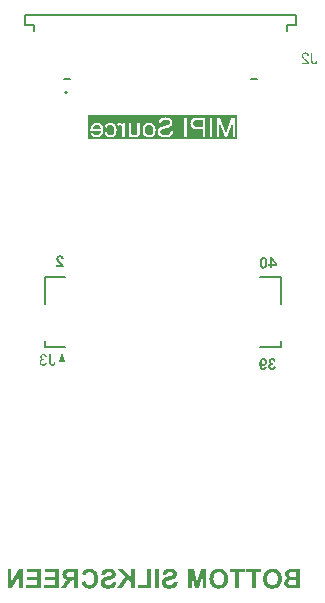
<source format=gbo>
G04*
G04 #@! TF.GenerationSoftware,Altium Limited,Altium Designer,22.5.1 (42)*
G04*
G04 Layer_Color=32896*
%FSLAX25Y25*%
%MOIN*%
G70*
G04*
G04 #@! TF.SameCoordinates,343D76CA-8D90-4984-A01A-401E7FF7C9D5*
G04*
G04*
G04 #@! TF.FilePolarity,Positive*
G04*
G01*
G75*
%ADD10C,0.00787*%
%ADD11C,0.00500*%
G36*
X25555Y-13250D02*
X26555Y-16750D01*
X24555D01*
X25555Y-13250D01*
D02*
G37*
G36*
X83888Y57468D02*
X34286D01*
Y65491D01*
X83888D01*
Y57468D01*
D02*
G37*
G36*
X97045Y15883D02*
Y15244D01*
X95469D01*
Y14473D01*
X94759D01*
Y15244D01*
X94281D01*
Y15888D01*
X94759D01*
Y18330D01*
X95380D01*
X97045Y15883D01*
D02*
G37*
G36*
X92788Y18330D02*
X92883Y18319D01*
X92977Y18297D01*
X93060Y18275D01*
X93138Y18241D01*
X93210Y18208D01*
X93271Y18175D01*
X93332Y18136D01*
X93382Y18097D01*
X93432Y18064D01*
X93471Y18031D01*
X93499Y17997D01*
X93527Y17975D01*
X93543Y17953D01*
X93554Y17942D01*
X93560Y17936D01*
X93626Y17842D01*
X93682Y17731D01*
X93732Y17614D01*
X93776Y17492D01*
X93810Y17365D01*
X93843Y17231D01*
X93865Y17104D01*
X93887Y16976D01*
X93898Y16854D01*
X93910Y16743D01*
X93921Y16637D01*
X93926Y16549D01*
X93932Y16477D01*
Y16421D01*
Y16399D01*
Y16382D01*
Y16377D01*
Y16371D01*
X93926Y16171D01*
X93915Y15988D01*
X93898Y15816D01*
X93876Y15661D01*
X93854Y15522D01*
X93826Y15394D01*
X93793Y15283D01*
X93760Y15183D01*
X93732Y15100D01*
X93699Y15022D01*
X93671Y14961D01*
X93643Y14911D01*
X93626Y14878D01*
X93610Y14850D01*
X93599Y14834D01*
X93593Y14828D01*
X93527Y14750D01*
X93454Y14689D01*
X93382Y14628D01*
X93305Y14584D01*
X93232Y14539D01*
X93155Y14506D01*
X93083Y14479D01*
X93010Y14456D01*
X92944Y14434D01*
X92883Y14423D01*
X92827Y14412D01*
X92783Y14406D01*
X92744D01*
X92711Y14401D01*
X92689D01*
X92589Y14406D01*
X92494Y14417D01*
X92400Y14440D01*
X92317Y14462D01*
X92239Y14490D01*
X92167Y14523D01*
X92106Y14562D01*
X92045Y14601D01*
X91995Y14634D01*
X91945Y14673D01*
X91906Y14706D01*
X91873Y14734D01*
X91851Y14756D01*
X91834Y14778D01*
X91823Y14789D01*
X91817Y14795D01*
X91751Y14889D01*
X91695Y15000D01*
X91640Y15117D01*
X91601Y15244D01*
X91562Y15372D01*
X91534Y15500D01*
X91506Y15633D01*
X91484Y15761D01*
X91473Y15883D01*
X91462Y15994D01*
X91451Y16099D01*
X91445Y16188D01*
X91440Y16260D01*
Y16316D01*
Y16338D01*
Y16354D01*
Y16360D01*
Y16365D01*
X91445Y16565D01*
X91456Y16748D01*
X91473Y16915D01*
X91501Y17070D01*
X91529Y17215D01*
X91556Y17342D01*
X91595Y17459D01*
X91628Y17559D01*
X91662Y17653D01*
X91695Y17725D01*
X91728Y17792D01*
X91756Y17847D01*
X91784Y17886D01*
X91800Y17914D01*
X91812Y17931D01*
X91817Y17936D01*
X91878Y18008D01*
X91945Y18069D01*
X92017Y18119D01*
X92089Y18169D01*
X92161Y18208D01*
X92233Y18236D01*
X92300Y18264D01*
X92372Y18286D01*
X92439Y18302D01*
X92494Y18314D01*
X92550Y18325D01*
X92594Y18330D01*
X92633Y18336D01*
X92689D01*
X92788Y18330D01*
D02*
G37*
G36*
X95681Y-15443D02*
X95786Y-15454D01*
X95886Y-15476D01*
X95969Y-15498D01*
X96036Y-15521D01*
X96092Y-15543D01*
X96125Y-15554D01*
X96130Y-15560D01*
X96136D01*
X96225Y-15609D01*
X96308Y-15665D01*
X96375Y-15720D01*
X96430Y-15770D01*
X96474Y-15820D01*
X96508Y-15859D01*
X96530Y-15881D01*
X96536Y-15892D01*
X96586Y-15976D01*
X96630Y-16064D01*
X96663Y-16159D01*
X96697Y-16248D01*
X96719Y-16331D01*
X96735Y-16392D01*
X96741Y-16420D01*
Y-16436D01*
X96746Y-16447D01*
Y-16453D01*
X96069Y-16564D01*
X96053Y-16475D01*
X96030Y-16398D01*
X96008Y-16331D01*
X95981Y-16281D01*
X95953Y-16237D01*
X95931Y-16203D01*
X95914Y-16187D01*
X95908Y-16181D01*
X95859Y-16137D01*
X95803Y-16103D01*
X95748Y-16081D01*
X95697Y-16064D01*
X95653Y-16053D01*
X95620Y-16048D01*
X95587D01*
X95520Y-16053D01*
X95453Y-16064D01*
X95403Y-16087D01*
X95359Y-16103D01*
X95320Y-16126D01*
X95298Y-16148D01*
X95281Y-16159D01*
X95276Y-16164D01*
X95237Y-16209D01*
X95209Y-16264D01*
X95187Y-16314D01*
X95176Y-16364D01*
X95165Y-16409D01*
X95159Y-16442D01*
Y-16464D01*
Y-16475D01*
X95165Y-16558D01*
X95181Y-16631D01*
X95209Y-16692D01*
X95237Y-16742D01*
X95270Y-16786D01*
X95292Y-16814D01*
X95315Y-16836D01*
X95320Y-16841D01*
X95387Y-16886D01*
X95459Y-16919D01*
X95537Y-16941D01*
X95609Y-16958D01*
X95675Y-16964D01*
X95731Y-16969D01*
X95781D01*
X95859Y-17563D01*
X95786Y-17546D01*
X95725Y-17530D01*
X95664Y-17519D01*
X95614Y-17513D01*
X95575Y-17507D01*
X95520D01*
X95442Y-17513D01*
X95376Y-17535D01*
X95315Y-17558D01*
X95259Y-17591D01*
X95220Y-17618D01*
X95187Y-17646D01*
X95165Y-17669D01*
X95159Y-17674D01*
X95109Y-17741D01*
X95070Y-17813D01*
X95043Y-17885D01*
X95020Y-17957D01*
X95009Y-18024D01*
X95004Y-18074D01*
Y-18107D01*
Y-18113D01*
Y-18118D01*
X95009Y-18224D01*
X95026Y-18318D01*
X95054Y-18401D01*
X95082Y-18468D01*
X95115Y-18518D01*
X95137Y-18556D01*
X95159Y-18584D01*
X95165Y-18590D01*
X95226Y-18645D01*
X95292Y-18690D01*
X95353Y-18717D01*
X95415Y-18740D01*
X95470Y-18751D01*
X95509Y-18756D01*
X95537Y-18762D01*
X95548D01*
X95625Y-18756D01*
X95692Y-18740D01*
X95753Y-18717D01*
X95809Y-18690D01*
X95847Y-18667D01*
X95881Y-18645D01*
X95903Y-18629D01*
X95908Y-18623D01*
X95958Y-18562D01*
X96003Y-18495D01*
X96030Y-18423D01*
X96058Y-18357D01*
X96075Y-18296D01*
X96086Y-18246D01*
X96092Y-18212D01*
Y-18207D01*
Y-18201D01*
X96802Y-18290D01*
X96791Y-18379D01*
X96769Y-18462D01*
X96719Y-18618D01*
X96658Y-18751D01*
X96619Y-18806D01*
X96586Y-18862D01*
X96552Y-18912D01*
X96519Y-18950D01*
X96491Y-18989D01*
X96463Y-19017D01*
X96441Y-19039D01*
X96425Y-19056D01*
X96413Y-19067D01*
X96408Y-19073D01*
X96341Y-19123D01*
X96269Y-19173D01*
X96203Y-19211D01*
X96125Y-19245D01*
X95981Y-19300D01*
X95847Y-19333D01*
X95781Y-19345D01*
X95725Y-19356D01*
X95675Y-19361D01*
X95631Y-19367D01*
X95592Y-19372D01*
X95542D01*
X95442Y-19367D01*
X95342Y-19356D01*
X95253Y-19339D01*
X95165Y-19317D01*
X95087Y-19289D01*
X95009Y-19261D01*
X94937Y-19228D01*
X94876Y-19195D01*
X94821Y-19161D01*
X94765Y-19128D01*
X94726Y-19100D01*
X94687Y-19073D01*
X94660Y-19050D01*
X94638Y-19034D01*
X94626Y-19023D01*
X94621Y-19017D01*
X94554Y-18950D01*
X94499Y-18878D01*
X94449Y-18806D01*
X94404Y-18734D01*
X94371Y-18656D01*
X94338Y-18584D01*
X94293Y-18451D01*
X94282Y-18390D01*
X94271Y-18329D01*
X94260Y-18279D01*
X94254Y-18235D01*
X94249Y-18201D01*
Y-18173D01*
Y-18157D01*
Y-18151D01*
X94260Y-18024D01*
X94282Y-17913D01*
X94310Y-17807D01*
X94349Y-17724D01*
X94388Y-17652D01*
X94415Y-17602D01*
X94438Y-17569D01*
X94449Y-17558D01*
X94526Y-17474D01*
X94615Y-17402D01*
X94704Y-17347D01*
X94787Y-17302D01*
X94859Y-17269D01*
X94920Y-17252D01*
X94943Y-17241D01*
X94959D01*
X94971Y-17236D01*
X94976D01*
X94876Y-17175D01*
X94793Y-17113D01*
X94721Y-17047D01*
X94654Y-16980D01*
X94599Y-16914D01*
X94554Y-16847D01*
X94521Y-16781D01*
X94488Y-16719D01*
X94465Y-16658D01*
X94449Y-16603D01*
X94438Y-16553D01*
X94432Y-16509D01*
X94427Y-16475D01*
X94421Y-16447D01*
Y-16431D01*
Y-16425D01*
X94427Y-16359D01*
X94432Y-16298D01*
X94465Y-16175D01*
X94504Y-16064D01*
X94554Y-15970D01*
X94604Y-15892D01*
X94649Y-15837D01*
X94665Y-15815D01*
X94682Y-15798D01*
X94687Y-15793D01*
X94693Y-15787D01*
X94754Y-15726D01*
X94826Y-15671D01*
X94893Y-15626D01*
X94965Y-15587D01*
X95043Y-15548D01*
X95115Y-15521D01*
X95253Y-15482D01*
X95315Y-15465D01*
X95376Y-15454D01*
X95426Y-15449D01*
X95476Y-15443D01*
X95514Y-15437D01*
X95564D01*
X95681Y-15443D01*
D02*
G37*
G36*
X92717D02*
X92806Y-15454D01*
X92895Y-15471D01*
X92978Y-15493D01*
X93056Y-15521D01*
X93128Y-15554D01*
X93200Y-15582D01*
X93256Y-15615D01*
X93311Y-15654D01*
X93361Y-15682D01*
X93400Y-15715D01*
X93439Y-15743D01*
X93466Y-15765D01*
X93483Y-15781D01*
X93494Y-15793D01*
X93500Y-15798D01*
X93561Y-15870D01*
X93611Y-15942D01*
X93661Y-16020D01*
X93700Y-16098D01*
X93733Y-16175D01*
X93761Y-16259D01*
X93799Y-16409D01*
X93816Y-16475D01*
X93827Y-16542D01*
X93833Y-16597D01*
X93838Y-16647D01*
X93844Y-16692D01*
Y-16719D01*
Y-16742D01*
Y-16747D01*
X93838Y-16847D01*
X93827Y-16947D01*
X93816Y-17041D01*
X93794Y-17125D01*
X93766Y-17208D01*
X93738Y-17280D01*
X93711Y-17352D01*
X93677Y-17413D01*
X93650Y-17469D01*
X93622Y-17519D01*
X93594Y-17558D01*
X93566Y-17596D01*
X93544Y-17618D01*
X93533Y-17641D01*
X93522Y-17652D01*
X93516Y-17657D01*
X93455Y-17718D01*
X93389Y-17774D01*
X93322Y-17818D01*
X93256Y-17857D01*
X93189Y-17890D01*
X93128Y-17924D01*
X93006Y-17963D01*
X92900Y-17990D01*
X92856Y-17996D01*
X92817Y-18001D01*
X92784Y-18007D01*
X92739D01*
X92662Y-18001D01*
X92589Y-17990D01*
X92523Y-17979D01*
X92456Y-17957D01*
X92334Y-17907D01*
X92234Y-17846D01*
X92157Y-17785D01*
X92123Y-17757D01*
X92096Y-17735D01*
X92073Y-17713D01*
X92057Y-17696D01*
X92051Y-17691D01*
X92046Y-17685D01*
X92057Y-17802D01*
X92068Y-17913D01*
X92079Y-18013D01*
X92096Y-18101D01*
X92112Y-18179D01*
X92129Y-18251D01*
X92146Y-18312D01*
X92162Y-18368D01*
X92184Y-18418D01*
X92195Y-18457D01*
X92212Y-18490D01*
X92223Y-18512D01*
X92234Y-18534D01*
X92245Y-18545D01*
X92251Y-18556D01*
X92312Y-18623D01*
X92379Y-18673D01*
X92440Y-18712D01*
X92501Y-18734D01*
X92556Y-18751D01*
X92595Y-18756D01*
X92623Y-18762D01*
X92634D01*
X92695Y-18756D01*
X92756Y-18745D01*
X92800Y-18729D01*
X92845Y-18712D01*
X92878Y-18695D01*
X92900Y-18679D01*
X92917Y-18667D01*
X92923Y-18662D01*
X92961Y-18618D01*
X92989Y-18568D01*
X93011Y-18512D01*
X93028Y-18457D01*
X93045Y-18412D01*
X93050Y-18373D01*
X93056Y-18346D01*
Y-18335D01*
X93766Y-18418D01*
X93749Y-18507D01*
X93727Y-18584D01*
X93705Y-18662D01*
X93677Y-18729D01*
X93650Y-18795D01*
X93622Y-18856D01*
X93589Y-18906D01*
X93561Y-18956D01*
X93528Y-18995D01*
X93505Y-19034D01*
X93477Y-19061D01*
X93455Y-19089D01*
X93439Y-19106D01*
X93422Y-19123D01*
X93417Y-19128D01*
X93411Y-19134D01*
X93355Y-19178D01*
X93300Y-19211D01*
X93178Y-19272D01*
X93061Y-19311D01*
X92945Y-19345D01*
X92839Y-19361D01*
X92795Y-19367D01*
X92756D01*
X92728Y-19372D01*
X92684D01*
X92567Y-19367D01*
X92462Y-19350D01*
X92362Y-19328D01*
X92262Y-19300D01*
X92173Y-19261D01*
X92090Y-19222D01*
X92012Y-19184D01*
X91946Y-19139D01*
X91885Y-19095D01*
X91829Y-19056D01*
X91785Y-19012D01*
X91746Y-18978D01*
X91713Y-18950D01*
X91690Y-18928D01*
X91679Y-18912D01*
X91674Y-18906D01*
X91602Y-18812D01*
X91546Y-18706D01*
X91491Y-18590D01*
X91446Y-18473D01*
X91407Y-18346D01*
X91374Y-18218D01*
X91352Y-18096D01*
X91330Y-17968D01*
X91313Y-17852D01*
X91302Y-17746D01*
X91291Y-17646D01*
X91285Y-17558D01*
X91280Y-17485D01*
Y-17430D01*
Y-17413D01*
Y-17397D01*
Y-17391D01*
Y-17385D01*
X91285Y-17197D01*
X91296Y-17025D01*
X91313Y-16864D01*
X91341Y-16714D01*
X91369Y-16581D01*
X91396Y-16459D01*
X91435Y-16348D01*
X91468Y-16248D01*
X91502Y-16164D01*
X91535Y-16092D01*
X91568Y-16031D01*
X91596Y-15981D01*
X91624Y-15942D01*
X91641Y-15915D01*
X91652Y-15898D01*
X91657Y-15892D01*
X91729Y-15815D01*
X91807Y-15743D01*
X91885Y-15682D01*
X91962Y-15632D01*
X92046Y-15587D01*
X92123Y-15548D01*
X92201Y-15521D01*
X92279Y-15493D01*
X92345Y-15476D01*
X92412Y-15460D01*
X92467Y-15449D01*
X92517Y-15443D01*
X92562D01*
X92589Y-15437D01*
X92617D01*
X92717Y-15443D01*
D02*
G37*
G36*
X24912Y18826D02*
X25001Y18820D01*
X25173Y18792D01*
X25317Y18748D01*
X25383Y18726D01*
X25445Y18698D01*
X25500Y18676D01*
X25545Y18648D01*
X25589Y18626D01*
X25622Y18609D01*
X25650Y18587D01*
X25667Y18576D01*
X25678Y18570D01*
X25683Y18565D01*
X25744Y18509D01*
X25800Y18454D01*
X25850Y18387D01*
X25894Y18315D01*
X25961Y18171D01*
X26016Y18032D01*
X26033Y17960D01*
X26050Y17899D01*
X26066Y17843D01*
X26072Y17794D01*
X26083Y17749D01*
Y17721D01*
X26088Y17699D01*
Y17694D01*
X25356Y17621D01*
X25345Y17732D01*
X25322Y17827D01*
X25300Y17910D01*
X25273Y17971D01*
X25250Y18021D01*
X25228Y18054D01*
X25211Y18077D01*
X25206Y18082D01*
X25150Y18126D01*
X25089Y18160D01*
X25028Y18188D01*
X24967Y18204D01*
X24917Y18215D01*
X24873Y18221D01*
X24834D01*
X24751Y18215D01*
X24679Y18199D01*
X24618Y18176D01*
X24562Y18154D01*
X24523Y18132D01*
X24490Y18110D01*
X24473Y18093D01*
X24468Y18088D01*
X24423Y18032D01*
X24390Y17971D01*
X24368Y17910D01*
X24351Y17849D01*
X24340Y17794D01*
X24335Y17743D01*
Y17716D01*
Y17710D01*
Y17705D01*
X24340Y17621D01*
X24357Y17544D01*
X24385Y17466D01*
X24412Y17399D01*
X24440Y17338D01*
X24468Y17294D01*
X24484Y17266D01*
X24490Y17255D01*
X24512Y17222D01*
X24545Y17183D01*
X24590Y17133D01*
X24634Y17089D01*
X24734Y16983D01*
X24834Y16878D01*
X24934Y16778D01*
X24978Y16733D01*
X25023Y16700D01*
X25056Y16667D01*
X25078Y16645D01*
X25095Y16628D01*
X25100Y16622D01*
X25211Y16517D01*
X25311Y16417D01*
X25406Y16323D01*
X25489Y16239D01*
X25567Y16156D01*
X25633Y16079D01*
X25694Y16012D01*
X25744Y15945D01*
X25789Y15890D01*
X25828Y15840D01*
X25861Y15801D01*
X25883Y15762D01*
X25905Y15740D01*
X25916Y15718D01*
X25927Y15707D01*
Y15701D01*
X26000Y15573D01*
X26055Y15440D01*
X26100Y15318D01*
X26133Y15207D01*
X26155Y15107D01*
X26160Y15068D01*
X26166Y15035D01*
X26172Y15007D01*
X26177Y14985D01*
Y14974D01*
Y14968D01*
X23596D01*
Y15651D01*
X25062D01*
X25017Y15723D01*
X24967Y15784D01*
X24945Y15812D01*
X24928Y15834D01*
X24917Y15845D01*
X24912Y15851D01*
X24890Y15873D01*
X24867Y15901D01*
X24801Y15962D01*
X24729Y16034D01*
X24656Y16106D01*
X24584Y16173D01*
X24523Y16228D01*
X24501Y16251D01*
X24484Y16267D01*
X24473Y16273D01*
X24468Y16278D01*
X24346Y16395D01*
X24246Y16489D01*
X24162Y16578D01*
X24096Y16645D01*
X24046Y16700D01*
X24013Y16739D01*
X23990Y16767D01*
X23985Y16772D01*
X23913Y16867D01*
X23852Y16955D01*
X23802Y17039D01*
X23763Y17111D01*
X23730Y17172D01*
X23707Y17222D01*
X23696Y17249D01*
X23691Y17261D01*
X23658Y17349D01*
X23635Y17438D01*
X23619Y17522D01*
X23607Y17599D01*
X23602Y17660D01*
X23596Y17710D01*
Y17743D01*
Y17755D01*
X23602Y17838D01*
X23613Y17921D01*
X23624Y17999D01*
X23646Y18071D01*
X23702Y18199D01*
X23757Y18310D01*
X23791Y18360D01*
X23818Y18398D01*
X23846Y18437D01*
X23874Y18465D01*
X23896Y18487D01*
X23907Y18509D01*
X23918Y18515D01*
X23924Y18520D01*
X23985Y18576D01*
X24057Y18626D01*
X24124Y18665D01*
X24201Y18698D01*
X24346Y18754D01*
X24490Y18792D01*
X24556Y18804D01*
X24618Y18815D01*
X24673Y18820D01*
X24723Y18826D01*
X24762Y18831D01*
X24817D01*
X24912Y18826D01*
D02*
G37*
G36*
X49787Y-92141D02*
X48492D01*
Y-90207D01*
X47446Y-89134D01*
X45680Y-92141D01*
X44005D01*
X46549Y-88237D01*
X44126Y-85739D01*
X45865D01*
X48492Y-88589D01*
Y-85739D01*
X49787D01*
Y-92141D01*
D02*
G37*
G36*
X12518Y-92141D02*
X11325D01*
Y-87923D01*
X8726Y-92141D01*
X7431D01*
Y-85739D01*
X8624D01*
Y-90050D01*
X11270Y-85739D01*
X12518D01*
Y-92141D01*
D02*
G37*
G36*
X73670Y-92141D02*
X72477D01*
Y-87108D01*
X71219Y-92141D01*
X69970D01*
X68712Y-87108D01*
X68703Y-92141D01*
X67510D01*
Y-85739D01*
X69452D01*
X70590Y-90115D01*
X71737Y-85739D01*
X73670D01*
Y-92141D01*
D02*
G37*
G36*
X34848Y-85628D02*
X35088Y-85656D01*
X35301Y-85703D01*
X35514Y-85758D01*
X35699Y-85823D01*
X35884Y-85897D01*
X36041Y-85980D01*
X36189Y-86063D01*
X36328Y-86146D01*
X36439Y-86230D01*
X36541Y-86304D01*
X36624Y-86369D01*
X36689Y-86424D01*
X36735Y-86470D01*
X36763Y-86498D01*
X36772Y-86507D01*
X36920Y-86683D01*
X37040Y-86868D01*
X37151Y-87062D01*
X37244Y-87266D01*
X37327Y-87479D01*
X37392Y-87682D01*
X37447Y-87885D01*
X37493Y-88080D01*
X37530Y-88274D01*
X37549Y-88441D01*
X37567Y-88598D01*
X37586Y-88727D01*
Y-88838D01*
X37595Y-88921D01*
Y-88977D01*
Y-88986D01*
Y-88995D01*
X37586Y-89273D01*
X37558Y-89532D01*
X37521Y-89782D01*
X37466Y-90004D01*
X37410Y-90216D01*
X37336Y-90420D01*
X37262Y-90596D01*
X37188Y-90753D01*
X37114Y-90901D01*
X37040Y-91031D01*
X36966Y-91132D01*
X36911Y-91225D01*
X36855Y-91290D01*
X36818Y-91345D01*
X36790Y-91373D01*
X36781Y-91382D01*
X36624Y-91539D01*
X36457Y-91669D01*
X36282Y-91789D01*
X36106Y-91882D01*
X35930Y-91965D01*
X35754Y-92039D01*
X35588Y-92094D01*
X35431Y-92141D01*
X35273Y-92177D01*
X35135Y-92205D01*
X35005Y-92224D01*
X34903Y-92233D01*
X34811Y-92242D01*
X34746Y-92251D01*
X34691D01*
X34496Y-92242D01*
X34321Y-92233D01*
X34145Y-92205D01*
X33988Y-92168D01*
X33840Y-92131D01*
X33701Y-92094D01*
X33571Y-92048D01*
X33451Y-91992D01*
X33349Y-91946D01*
X33257Y-91900D01*
X33174Y-91863D01*
X33109Y-91826D01*
X33053Y-91789D01*
X33016Y-91761D01*
X32998Y-91752D01*
X32989Y-91743D01*
X32868Y-91641D01*
X32757Y-91530D01*
X32554Y-91280D01*
X32387Y-91021D01*
X32258Y-90772D01*
X32202Y-90651D01*
X32156Y-90540D01*
X32119Y-90438D01*
X32082Y-90355D01*
X32054Y-90281D01*
X32036Y-90226D01*
X32027Y-90189D01*
Y-90180D01*
X33285Y-89791D01*
X33359Y-90041D01*
X33442Y-90254D01*
X33525Y-90429D01*
X33618Y-90577D01*
X33692Y-90688D01*
X33756Y-90762D01*
X33803Y-90808D01*
X33821Y-90827D01*
X33969Y-90938D01*
X34117Y-91012D01*
X34265Y-91067D01*
X34395Y-91114D01*
X34515Y-91132D01*
X34617Y-91141D01*
X34654Y-91151D01*
X34700D01*
X34829Y-91141D01*
X34950Y-91132D01*
X35172Y-91067D01*
X35366Y-90993D01*
X35523Y-90892D01*
X35653Y-90799D01*
X35745Y-90725D01*
X35782Y-90688D01*
X35810Y-90661D01*
X35819Y-90651D01*
X35828Y-90642D01*
X35902Y-90540D01*
X35967Y-90420D01*
X36032Y-90290D01*
X36078Y-90152D01*
X36152Y-89865D01*
X36208Y-89578D01*
X36226Y-89439D01*
X36235Y-89319D01*
X36254Y-89199D01*
Y-89097D01*
X36263Y-89023D01*
Y-88959D01*
Y-88912D01*
Y-88903D01*
X36254Y-88690D01*
X36245Y-88496D01*
X36226Y-88320D01*
X36198Y-88154D01*
X36161Y-88006D01*
X36124Y-87867D01*
X36087Y-87747D01*
X36041Y-87636D01*
X36004Y-87543D01*
X35967Y-87460D01*
X35930Y-87395D01*
X35893Y-87340D01*
X35865Y-87293D01*
X35847Y-87266D01*
X35828Y-87247D01*
Y-87238D01*
X35745Y-87146D01*
X35653Y-87062D01*
X35560Y-86997D01*
X35458Y-86942D01*
X35264Y-86849D01*
X35079Y-86785D01*
X34922Y-86748D01*
X34848Y-86739D01*
X34792Y-86729D01*
X34737Y-86720D01*
X34672D01*
X34487Y-86729D01*
X34321Y-86766D01*
X34173Y-86813D01*
X34043Y-86868D01*
X33941Y-86923D01*
X33867Y-86970D01*
X33821Y-87007D01*
X33803Y-87016D01*
X33682Y-87127D01*
X33571Y-87256D01*
X33488Y-87386D01*
X33423Y-87515D01*
X33377Y-87626D01*
X33349Y-87710D01*
X33331Y-87747D01*
Y-87774D01*
X33322Y-87784D01*
Y-87793D01*
X32045Y-87488D01*
X32138Y-87220D01*
X32239Y-86988D01*
X32350Y-86785D01*
X32452Y-86618D01*
X32554Y-86489D01*
X32591Y-86433D01*
X32628Y-86387D01*
X32656Y-86359D01*
X32683Y-86331D01*
X32693Y-86313D01*
X32702D01*
X32841Y-86193D01*
X32998Y-86082D01*
X33146Y-85989D01*
X33303Y-85915D01*
X33470Y-85841D01*
X33627Y-85786D01*
X33784Y-85739D01*
X33932Y-85703D01*
X34071Y-85675D01*
X34200Y-85656D01*
X34311Y-85638D01*
X34413Y-85628D01*
X34496Y-85619D01*
X34607D01*
X34848Y-85628D01*
D02*
G37*
G36*
X104954Y-92141D02*
X102179D01*
X102021Y-92131D01*
X101744D01*
X101633Y-92122D01*
X101457D01*
X101392Y-92113D01*
X101300D01*
X101263Y-92103D01*
X101226D01*
X101041Y-92076D01*
X100874Y-92030D01*
X100726Y-91983D01*
X100597Y-91928D01*
X100495Y-91882D01*
X100421Y-91835D01*
X100375Y-91808D01*
X100356Y-91798D01*
X100227Y-91697D01*
X100125Y-91585D01*
X100023Y-91484D01*
X99949Y-91373D01*
X99885Y-91280D01*
X99838Y-91206D01*
X99811Y-91160D01*
X99801Y-91141D01*
X99737Y-90984D01*
X99681Y-90836D01*
X99644Y-90688D01*
X99626Y-90559D01*
X99607Y-90448D01*
X99598Y-90364D01*
Y-90309D01*
Y-90300D01*
Y-90290D01*
X99607Y-90087D01*
X99644Y-89902D01*
X99700Y-89745D01*
X99755Y-89597D01*
X99811Y-89486D01*
X99866Y-89403D01*
X99903Y-89347D01*
X99912Y-89328D01*
X100042Y-89180D01*
X100181Y-89060D01*
X100338Y-88959D01*
X100477Y-88885D01*
X100606Y-88820D01*
X100717Y-88774D01*
X100754Y-88764D01*
X100782Y-88755D01*
X100800Y-88746D01*
X100810D01*
X100662Y-88662D01*
X100532Y-88579D01*
X100421Y-88477D01*
X100329Y-88394D01*
X100264Y-88311D01*
X100208Y-88246D01*
X100171Y-88200D01*
X100162Y-88182D01*
X100079Y-88033D01*
X100014Y-87895D01*
X99977Y-87756D01*
X99940Y-87626D01*
X99922Y-87515D01*
X99912Y-87432D01*
Y-87377D01*
Y-87367D01*
Y-87358D01*
X99922Y-87210D01*
X99940Y-87062D01*
X99977Y-86942D01*
X100014Y-86831D01*
X100051Y-86739D01*
X100088Y-86664D01*
X100107Y-86628D01*
X100116Y-86609D01*
X100190Y-86489D01*
X100273Y-86387D01*
X100356Y-86295D01*
X100430Y-86211D01*
X100504Y-86156D01*
X100560Y-86110D01*
X100597Y-86082D01*
X100606Y-86072D01*
X100717Y-85998D01*
X100837Y-85943D01*
X100948Y-85897D01*
X101050Y-85860D01*
X101143Y-85832D01*
X101207Y-85813D01*
X101254Y-85804D01*
X101272D01*
X101429Y-85786D01*
X101605Y-85767D01*
X101790Y-85758D01*
X101975Y-85749D01*
X102142Y-85739D01*
X104954D01*
Y-92141D01*
D02*
G37*
G36*
X91994Y-86822D02*
X90098D01*
Y-92141D01*
X88803D01*
Y-86822D01*
X86916D01*
Y-85739D01*
X91994D01*
Y-86822D01*
D02*
G37*
G36*
X86528D02*
X84631D01*
Y-92141D01*
X83336D01*
Y-86822D01*
X81449D01*
Y-85739D01*
X86528D01*
Y-86822D01*
D02*
G37*
G36*
X57788Y-92141D02*
X56493D01*
Y-85739D01*
X57788D01*
Y-92141D01*
D02*
G37*
G36*
X55226D02*
X50712D01*
Y-91058D01*
X53931D01*
Y-85786D01*
X55226D01*
Y-92141D01*
D02*
G37*
G36*
X30907D02*
X29612D01*
Y-89467D01*
X29196D01*
X29067Y-89477D01*
X28956Y-89486D01*
X28863Y-89504D01*
X28789Y-89513D01*
X28743Y-89532D01*
X28715Y-89541D01*
X28706D01*
X28632Y-89578D01*
X28558Y-89615D01*
X28493Y-89662D01*
X28428Y-89698D01*
X28382Y-89745D01*
X28345Y-89782D01*
X28327Y-89800D01*
X28317Y-89810D01*
X28280Y-89856D01*
X28234Y-89902D01*
X28132Y-90041D01*
X28021Y-90189D01*
X27901Y-90355D01*
X27799Y-90503D01*
X27753Y-90577D01*
X27716Y-90633D01*
X27679Y-90679D01*
X27651Y-90716D01*
X27642Y-90744D01*
X27633Y-90753D01*
X26708Y-92141D01*
X25154D01*
X25940Y-90892D01*
X26023Y-90762D01*
X26107Y-90633D01*
X26181Y-90522D01*
X26255Y-90420D01*
X26319Y-90328D01*
X26375Y-90235D01*
X26486Y-90096D01*
X26569Y-89985D01*
X26625Y-89911D01*
X26671Y-89865D01*
X26680Y-89856D01*
X26782Y-89745D01*
X26902Y-89643D01*
X27013Y-89560D01*
X27124Y-89477D01*
X27217Y-89412D01*
X27291Y-89366D01*
X27346Y-89328D01*
X27355Y-89319D01*
X27365D01*
X27207Y-89292D01*
X27069Y-89254D01*
X26939Y-89218D01*
X26810Y-89171D01*
X26699Y-89125D01*
X26597Y-89079D01*
X26495Y-89033D01*
X26412Y-88977D01*
X26338Y-88931D01*
X26273Y-88885D01*
X26218Y-88838D01*
X26181Y-88801D01*
X26144Y-88774D01*
X26116Y-88746D01*
X26107Y-88736D01*
X26097Y-88727D01*
X26023Y-88635D01*
X25959Y-88542D01*
X25848Y-88339D01*
X25774Y-88144D01*
X25727Y-87950D01*
X25690Y-87784D01*
X25681Y-87719D01*
Y-87654D01*
X25672Y-87608D01*
Y-87562D01*
Y-87543D01*
Y-87534D01*
X25681Y-87331D01*
X25718Y-87136D01*
X25764Y-86970D01*
X25811Y-86822D01*
X25866Y-86702D01*
X25912Y-86609D01*
X25931Y-86581D01*
X25949Y-86554D01*
X25959Y-86544D01*
Y-86535D01*
X26070Y-86378D01*
X26190Y-86248D01*
X26310Y-86146D01*
X26430Y-86054D01*
X26541Y-85998D01*
X26625Y-85952D01*
X26680Y-85925D01*
X26689Y-85915D01*
X26699D01*
X26791Y-85887D01*
X26893Y-85860D01*
X27124Y-85813D01*
X27374Y-85786D01*
X27614Y-85758D01*
X27735D01*
X27836Y-85749D01*
X27938D01*
X28021Y-85739D01*
X30907D01*
Y-92141D01*
D02*
G37*
G36*
X24451D02*
X19585D01*
Y-91058D01*
X23156D01*
Y-89319D01*
X19946D01*
Y-88237D01*
X23156D01*
Y-86822D01*
X19706D01*
Y-85739D01*
X24451D01*
Y-92141D01*
D02*
G37*
G36*
X18485Y-92141D02*
X13619D01*
Y-91058D01*
X17190D01*
Y-89319D01*
X13980D01*
Y-88237D01*
X17190D01*
Y-86822D01*
X13739D01*
Y-85739D01*
X18485D01*
Y-92141D01*
D02*
G37*
G36*
X95953Y-85628D02*
X96222Y-85656D01*
X96453Y-85703D01*
X96656Y-85749D01*
X96740Y-85777D01*
X96823Y-85795D01*
X96888Y-85813D01*
X96943Y-85841D01*
X96989Y-85851D01*
X97026Y-85869D01*
X97045Y-85878D01*
X97054D01*
X97221Y-85952D01*
X97378Y-86045D01*
X97517Y-86146D01*
X97637Y-86239D01*
X97739Y-86322D01*
X97822Y-86396D01*
X97868Y-86443D01*
X97877Y-86452D01*
X97887Y-86461D01*
X98016Y-86609D01*
X98136Y-86766D01*
X98238Y-86905D01*
X98321Y-87044D01*
X98386Y-87164D01*
X98442Y-87256D01*
X98451Y-87293D01*
X98469Y-87321D01*
X98479Y-87331D01*
Y-87340D01*
X98571Y-87599D01*
X98645Y-87876D01*
X98691Y-88154D01*
X98728Y-88413D01*
X98738Y-88533D01*
X98747Y-88644D01*
X98756Y-88736D01*
Y-88820D01*
X98765Y-88894D01*
Y-88940D01*
Y-88977D01*
Y-88986D01*
X98756Y-89264D01*
X98728Y-89532D01*
X98691Y-89782D01*
X98636Y-90013D01*
X98571Y-90226D01*
X98497Y-90420D01*
X98423Y-90605D01*
X98340Y-90762D01*
X98266Y-90910D01*
X98192Y-91031D01*
X98118Y-91141D01*
X98053Y-91234D01*
X97998Y-91299D01*
X97961Y-91354D01*
X97933Y-91382D01*
X97924Y-91391D01*
X97757Y-91549D01*
X97581Y-91678D01*
X97406Y-91798D01*
X97211Y-91891D01*
X97026Y-91974D01*
X96832Y-92048D01*
X96656Y-92103D01*
X96471Y-92150D01*
X96305Y-92187D01*
X96148Y-92215D01*
X96009Y-92233D01*
X95889Y-92242D01*
X95796Y-92251D01*
X95722Y-92261D01*
X95657D01*
X95398Y-92251D01*
X95158Y-92224D01*
X94927Y-92177D01*
X94714Y-92122D01*
X94510Y-92057D01*
X94325Y-91983D01*
X94159Y-91909D01*
X94002Y-91826D01*
X93872Y-91743D01*
X93752Y-91669D01*
X93650Y-91595D01*
X93567Y-91530D01*
X93493Y-91474D01*
X93447Y-91428D01*
X93419Y-91400D01*
X93410Y-91391D01*
X93262Y-91215D01*
X93132Y-91031D01*
X93012Y-90836D01*
X92919Y-90642D01*
X92836Y-90438D01*
X92762Y-90235D01*
X92707Y-90031D01*
X92660Y-89837D01*
X92633Y-89662D01*
X92605Y-89486D01*
X92586Y-89338D01*
X92568Y-89208D01*
Y-89097D01*
X92559Y-89014D01*
Y-88968D01*
Y-88949D01*
X92568Y-88662D01*
X92596Y-88394D01*
X92633Y-88144D01*
X92688Y-87904D01*
X92753Y-87691D01*
X92827Y-87488D01*
X92901Y-87303D01*
X92984Y-87146D01*
X93067Y-86997D01*
X93141Y-86868D01*
X93215Y-86757D01*
X93280Y-86664D01*
X93326Y-86600D01*
X93373Y-86544D01*
X93400Y-86516D01*
X93410Y-86507D01*
X93576Y-86350D01*
X93752Y-86211D01*
X93937Y-86091D01*
X94122Y-85989D01*
X94316Y-85906D01*
X94501Y-85832D01*
X94686Y-85777D01*
X94862Y-85730D01*
X95028Y-85693D01*
X95186Y-85666D01*
X95324Y-85647D01*
X95445Y-85628D01*
X95537D01*
X95611Y-85619D01*
X95676D01*
X95953Y-85628D01*
D02*
G37*
G36*
X78064D02*
X78332Y-85656D01*
X78563Y-85703D01*
X78767Y-85749D01*
X78850Y-85777D01*
X78933Y-85795D01*
X78998Y-85813D01*
X79054Y-85841D01*
X79100Y-85851D01*
X79137Y-85869D01*
X79155Y-85878D01*
X79165D01*
X79331Y-85952D01*
X79488Y-86045D01*
X79627Y-86146D01*
X79747Y-86239D01*
X79849Y-86322D01*
X79932Y-86396D01*
X79979Y-86443D01*
X79988Y-86452D01*
X79997Y-86461D01*
X80127Y-86609D01*
X80247Y-86766D01*
X80349Y-86905D01*
X80432Y-87044D01*
X80497Y-87164D01*
X80552Y-87256D01*
X80561Y-87293D01*
X80580Y-87321D01*
X80589Y-87331D01*
Y-87340D01*
X80682Y-87599D01*
X80756Y-87876D01*
X80802Y-88154D01*
X80839Y-88413D01*
X80848Y-88533D01*
X80857Y-88644D01*
X80867Y-88736D01*
Y-88820D01*
X80876Y-88894D01*
Y-88940D01*
Y-88977D01*
Y-88986D01*
X80867Y-89264D01*
X80839Y-89532D01*
X80802Y-89782D01*
X80746Y-90013D01*
X80682Y-90226D01*
X80608Y-90420D01*
X80534Y-90605D01*
X80450Y-90762D01*
X80376Y-90910D01*
X80302Y-91031D01*
X80228Y-91141D01*
X80164Y-91234D01*
X80108Y-91299D01*
X80071Y-91354D01*
X80043Y-91382D01*
X80034Y-91391D01*
X79868Y-91549D01*
X79692Y-91678D01*
X79516Y-91798D01*
X79322Y-91891D01*
X79137Y-91974D01*
X78943Y-92048D01*
X78767Y-92103D01*
X78582Y-92150D01*
X78415Y-92187D01*
X78258Y-92215D01*
X78119Y-92233D01*
X77999Y-92242D01*
X77907Y-92251D01*
X77833Y-92261D01*
X77768D01*
X77509Y-92251D01*
X77268Y-92224D01*
X77037Y-92177D01*
X76824Y-92122D01*
X76621Y-92057D01*
X76436Y-91983D01*
X76269Y-91909D01*
X76112Y-91826D01*
X75983Y-91743D01*
X75862Y-91669D01*
X75761Y-91595D01*
X75677Y-91530D01*
X75603Y-91474D01*
X75557Y-91428D01*
X75529Y-91400D01*
X75520Y-91391D01*
X75372Y-91215D01*
X75243Y-91031D01*
X75122Y-90836D01*
X75030Y-90642D01*
X74947Y-90438D01*
X74873Y-90235D01*
X74817Y-90031D01*
X74771Y-89837D01*
X74743Y-89662D01*
X74715Y-89486D01*
X74697Y-89338D01*
X74678Y-89208D01*
Y-89097D01*
X74669Y-89014D01*
Y-88968D01*
Y-88949D01*
X74678Y-88662D01*
X74706Y-88394D01*
X74743Y-88144D01*
X74799Y-87904D01*
X74863Y-87691D01*
X74937Y-87488D01*
X75011Y-87303D01*
X75095Y-87146D01*
X75178Y-86997D01*
X75252Y-86868D01*
X75326Y-86757D01*
X75391Y-86664D01*
X75437Y-86600D01*
X75483Y-86544D01*
X75511Y-86516D01*
X75520Y-86507D01*
X75687Y-86350D01*
X75862Y-86211D01*
X76047Y-86091D01*
X76232Y-85989D01*
X76427Y-85906D01*
X76612Y-85832D01*
X76797Y-85777D01*
X76972Y-85730D01*
X77139Y-85693D01*
X77296Y-85666D01*
X77435Y-85647D01*
X77555Y-85628D01*
X77648D01*
X77722Y-85619D01*
X77786D01*
X78064Y-85628D01*
D02*
G37*
G36*
X61747Y-85628D02*
X61987Y-85656D01*
X62200Y-85693D01*
X62385Y-85730D01*
X62468Y-85758D01*
X62542Y-85777D01*
X62598Y-85795D01*
X62653Y-85813D01*
X62690Y-85832D01*
X62718Y-85841D01*
X62737Y-85851D01*
X62746D01*
X62931Y-85943D01*
X63088Y-86045D01*
X63227Y-86156D01*
X63338Y-86257D01*
X63430Y-86350D01*
X63486Y-86424D01*
X63532Y-86480D01*
X63541Y-86489D01*
Y-86498D01*
X63634Y-86655D01*
X63699Y-86822D01*
X63745Y-86979D01*
X63773Y-87118D01*
X63791Y-87238D01*
X63810Y-87331D01*
Y-87367D01*
Y-87395D01*
Y-87405D01*
Y-87414D01*
X63800Y-87552D01*
X63782Y-87691D01*
X63754Y-87811D01*
X63717Y-87932D01*
X63625Y-88154D01*
X63514Y-88348D01*
X63467Y-88431D01*
X63412Y-88496D01*
X63366Y-88561D01*
X63319Y-88616D01*
X63282Y-88653D01*
X63255Y-88681D01*
X63236Y-88700D01*
X63227Y-88709D01*
X63144Y-88774D01*
X63042Y-88838D01*
X62940Y-88903D01*
X62820Y-88959D01*
X62589Y-89069D01*
X62348Y-89162D01*
X62228Y-89199D01*
X62126Y-89236D01*
X62024Y-89264D01*
X61941Y-89292D01*
X61876Y-89310D01*
X61821Y-89328D01*
X61784Y-89338D01*
X61775D01*
X61627Y-89375D01*
X61497Y-89412D01*
X61377Y-89439D01*
X61266Y-89467D01*
X61173Y-89495D01*
X61090Y-89513D01*
X61016Y-89541D01*
X60951Y-89560D01*
X60896Y-89569D01*
X60850Y-89587D01*
X60785Y-89606D01*
X60748Y-89625D01*
X60739D01*
X60618Y-89671D01*
X60526Y-89717D01*
X60443Y-89763D01*
X60378Y-89810D01*
X60332Y-89846D01*
X60304Y-89874D01*
X60285Y-89893D01*
X60276Y-89902D01*
X60230Y-89967D01*
X60193Y-90031D01*
X60174Y-90096D01*
X60156Y-90152D01*
X60147Y-90207D01*
X60137Y-90254D01*
Y-90281D01*
Y-90290D01*
X60147Y-90420D01*
X60184Y-90531D01*
X60239Y-90642D01*
X60295Y-90734D01*
X60359Y-90808D01*
X60406Y-90864D01*
X60443Y-90901D01*
X60461Y-90910D01*
X60591Y-90993D01*
X60739Y-91058D01*
X60896Y-91105D01*
X61044Y-91132D01*
X61183Y-91151D01*
X61294Y-91169D01*
X61395D01*
X61608Y-91160D01*
X61793Y-91123D01*
X61950Y-91077D01*
X62089Y-91021D01*
X62200Y-90966D01*
X62274Y-90920D01*
X62320Y-90882D01*
X62339Y-90873D01*
X62459Y-90744D01*
X62552Y-90605D01*
X62635Y-90448D01*
X62690Y-90290D01*
X62737Y-90152D01*
X62774Y-90041D01*
X62783Y-90004D01*
Y-89967D01*
X62792Y-89948D01*
Y-89939D01*
X64050Y-90059D01*
X64022Y-90254D01*
X63985Y-90438D01*
X63930Y-90614D01*
X63884Y-90772D01*
X63819Y-90920D01*
X63754Y-91058D01*
X63689Y-91179D01*
X63625Y-91290D01*
X63560Y-91382D01*
X63495Y-91465D01*
X63440Y-91539D01*
X63384Y-91604D01*
X63347Y-91650D01*
X63310Y-91678D01*
X63292Y-91697D01*
X63282Y-91706D01*
X63153Y-91808D01*
X63014Y-91891D01*
X62866Y-91965D01*
X62709Y-92030D01*
X62561Y-92076D01*
X62404Y-92122D01*
X62098Y-92187D01*
X61960Y-92215D01*
X61830Y-92233D01*
X61719Y-92242D01*
X61617Y-92251D01*
X61534Y-92261D01*
X61414D01*
X61118Y-92251D01*
X60850Y-92224D01*
X60609Y-92187D01*
X60507Y-92168D01*
X60406Y-92141D01*
X60322Y-92122D01*
X60248Y-92103D01*
X60184Y-92085D01*
X60128Y-92067D01*
X60082Y-92048D01*
X60054Y-92039D01*
X60036Y-92030D01*
X60026D01*
X59823Y-91928D01*
X59656Y-91817D01*
X59499Y-91706D01*
X59379Y-91585D01*
X59286Y-91484D01*
X59212Y-91391D01*
X59175Y-91336D01*
X59157Y-91326D01*
Y-91317D01*
X59055Y-91132D01*
X58972Y-90956D01*
X58916Y-90781D01*
X58879Y-90614D01*
X58861Y-90485D01*
X58852Y-90420D01*
X58842Y-90374D01*
Y-90337D01*
Y-90309D01*
Y-90290D01*
Y-90281D01*
X58852Y-90059D01*
X58879Y-89865D01*
X58926Y-89689D01*
X58972Y-89541D01*
X59018Y-89421D01*
X59064Y-89338D01*
X59092Y-89282D01*
X59101Y-89264D01*
X59203Y-89116D01*
X59323Y-88986D01*
X59444Y-88875D01*
X59555Y-88783D01*
X59656Y-88709D01*
X59740Y-88653D01*
X59795Y-88616D01*
X59804Y-88607D01*
X59814D01*
X59906Y-88561D01*
X59999Y-88515D01*
X60221Y-88431D01*
X60452Y-88357D01*
X60674Y-88283D01*
X60776Y-88256D01*
X60877Y-88228D01*
X60970Y-88200D01*
X61044Y-88182D01*
X61109Y-88163D01*
X61155Y-88154D01*
X61192Y-88144D01*
X61201D01*
X61368Y-88098D01*
X61516Y-88061D01*
X61654Y-88024D01*
X61784Y-87987D01*
X61886Y-87950D01*
X61987Y-87913D01*
X62071Y-87876D01*
X62145Y-87849D01*
X62209Y-87821D01*
X62256Y-87793D01*
X62302Y-87774D01*
X62330Y-87756D01*
X62376Y-87728D01*
X62385Y-87719D01*
X62450Y-87654D01*
X62496Y-87590D01*
X62524Y-87525D01*
X62542Y-87460D01*
X62561Y-87414D01*
X62570Y-87367D01*
Y-87340D01*
Y-87331D01*
X62561Y-87238D01*
X62542Y-87164D01*
X62505Y-87090D01*
X62468Y-87034D01*
X62431Y-86988D01*
X62394Y-86961D01*
X62376Y-86942D01*
X62367Y-86933D01*
X62237Y-86849D01*
X62098Y-86794D01*
X61950Y-86748D01*
X61812Y-86720D01*
X61691Y-86702D01*
X61590Y-86692D01*
X61497D01*
X61303Y-86702D01*
X61136Y-86729D01*
X60998Y-86766D01*
X60887Y-86803D01*
X60794Y-86840D01*
X60729Y-86877D01*
X60692Y-86905D01*
X60683Y-86914D01*
X60591Y-87007D01*
X60507Y-87118D01*
X60443Y-87229D01*
X60396Y-87349D01*
X60359Y-87451D01*
X60341Y-87534D01*
X60322Y-87599D01*
Y-87608D01*
Y-87617D01*
X59027Y-87571D01*
X59037Y-87405D01*
X59064Y-87256D01*
X59101Y-87108D01*
X59148Y-86979D01*
X59194Y-86849D01*
X59249Y-86729D01*
X59305Y-86628D01*
X59360Y-86526D01*
X59425Y-86443D01*
X59481Y-86369D01*
X59536Y-86304D01*
X59582Y-86248D01*
X59619Y-86211D01*
X59647Y-86184D01*
X59666Y-86165D01*
X59675Y-86156D01*
X59795Y-86063D01*
X59925Y-85980D01*
X60063Y-85906D01*
X60211Y-85841D01*
X60359Y-85795D01*
X60507Y-85749D01*
X60803Y-85684D01*
X60942Y-85666D01*
X61062Y-85647D01*
X61183Y-85638D01*
X61284Y-85628D01*
X61368Y-85619D01*
X61479D01*
X61747Y-85628D01*
D02*
G37*
G36*
X41369D02*
X41610Y-85656D01*
X41822Y-85693D01*
X42007Y-85730D01*
X42091Y-85758D01*
X42165Y-85777D01*
X42220Y-85795D01*
X42276Y-85813D01*
X42313Y-85832D01*
X42340Y-85841D01*
X42359Y-85851D01*
X42368D01*
X42553Y-85943D01*
X42710Y-86045D01*
X42849Y-86156D01*
X42960Y-86257D01*
X43053Y-86350D01*
X43108Y-86424D01*
X43154Y-86480D01*
X43164Y-86489D01*
Y-86498D01*
X43256Y-86655D01*
X43321Y-86822D01*
X43367Y-86979D01*
X43395Y-87118D01*
X43413Y-87238D01*
X43432Y-87331D01*
Y-87367D01*
Y-87395D01*
Y-87405D01*
Y-87414D01*
X43423Y-87552D01*
X43404Y-87691D01*
X43376Y-87811D01*
X43339Y-87932D01*
X43247Y-88154D01*
X43136Y-88348D01*
X43090Y-88431D01*
X43034Y-88496D01*
X42988Y-88561D01*
X42942Y-88616D01*
X42905Y-88653D01*
X42877Y-88681D01*
X42858Y-88700D01*
X42849Y-88709D01*
X42766Y-88774D01*
X42664Y-88838D01*
X42562Y-88903D01*
X42442Y-88959D01*
X42211Y-89069D01*
X41970Y-89162D01*
X41850Y-89199D01*
X41748Y-89236D01*
X41647Y-89264D01*
X41563Y-89292D01*
X41499Y-89310D01*
X41443Y-89328D01*
X41406Y-89338D01*
X41397D01*
X41249Y-89375D01*
X41119Y-89412D01*
X40999Y-89439D01*
X40888Y-89467D01*
X40796Y-89495D01*
X40712Y-89513D01*
X40638Y-89541D01*
X40574Y-89560D01*
X40518Y-89569D01*
X40472Y-89587D01*
X40407Y-89606D01*
X40370Y-89625D01*
X40361D01*
X40241Y-89671D01*
X40148Y-89717D01*
X40065Y-89763D01*
X40000Y-89810D01*
X39954Y-89846D01*
X39926Y-89874D01*
X39908Y-89893D01*
X39898Y-89902D01*
X39852Y-89967D01*
X39815Y-90031D01*
X39797Y-90096D01*
X39778Y-90152D01*
X39769Y-90207D01*
X39760Y-90254D01*
Y-90281D01*
Y-90290D01*
X39769Y-90420D01*
X39806Y-90531D01*
X39861Y-90642D01*
X39917Y-90734D01*
X39982Y-90808D01*
X40028Y-90864D01*
X40065Y-90901D01*
X40083Y-90910D01*
X40213Y-90993D01*
X40361Y-91058D01*
X40518Y-91105D01*
X40666Y-91132D01*
X40805Y-91151D01*
X40916Y-91169D01*
X41018D01*
X41230Y-91160D01*
X41415Y-91123D01*
X41573Y-91077D01*
X41711Y-91021D01*
X41822Y-90966D01*
X41896Y-90920D01*
X41943Y-90882D01*
X41961Y-90873D01*
X42081Y-90744D01*
X42174Y-90605D01*
X42257Y-90448D01*
X42313Y-90290D01*
X42359Y-90152D01*
X42396Y-90041D01*
X42405Y-90004D01*
Y-89967D01*
X42414Y-89948D01*
Y-89939D01*
X43672Y-90059D01*
X43645Y-90254D01*
X43608Y-90438D01*
X43552Y-90614D01*
X43506Y-90772D01*
X43441Y-90920D01*
X43376Y-91058D01*
X43312Y-91179D01*
X43247Y-91290D01*
X43182Y-91382D01*
X43117Y-91465D01*
X43062Y-91539D01*
X43006Y-91604D01*
X42969Y-91650D01*
X42932Y-91678D01*
X42914Y-91697D01*
X42905Y-91706D01*
X42775Y-91808D01*
X42636Y-91891D01*
X42488Y-91965D01*
X42331Y-92030D01*
X42183Y-92076D01*
X42026Y-92122D01*
X41721Y-92187D01*
X41582Y-92215D01*
X41452Y-92233D01*
X41341Y-92242D01*
X41240Y-92251D01*
X41156Y-92261D01*
X41036D01*
X40740Y-92251D01*
X40472Y-92224D01*
X40231Y-92187D01*
X40130Y-92168D01*
X40028Y-92141D01*
X39945Y-92122D01*
X39871Y-92103D01*
X39806Y-92085D01*
X39750Y-92067D01*
X39704Y-92048D01*
X39676Y-92039D01*
X39658Y-92030D01*
X39649D01*
X39445Y-91928D01*
X39279Y-91817D01*
X39121Y-91706D01*
X39001Y-91585D01*
X38909Y-91484D01*
X38835Y-91391D01*
X38798Y-91336D01*
X38779Y-91326D01*
Y-91317D01*
X38677Y-91132D01*
X38594Y-90956D01*
X38539Y-90781D01*
X38502Y-90614D01*
X38483Y-90485D01*
X38474Y-90420D01*
X38465Y-90374D01*
Y-90337D01*
Y-90309D01*
Y-90290D01*
Y-90281D01*
X38474Y-90059D01*
X38502Y-89865D01*
X38548Y-89689D01*
X38594Y-89541D01*
X38640Y-89421D01*
X38687Y-89338D01*
X38714Y-89282D01*
X38724Y-89264D01*
X38825Y-89116D01*
X38946Y-88986D01*
X39066Y-88875D01*
X39177Y-88783D01*
X39279Y-88709D01*
X39362Y-88653D01*
X39417Y-88616D01*
X39427Y-88607D01*
X39436D01*
X39528Y-88561D01*
X39621Y-88515D01*
X39843Y-88431D01*
X40074Y-88357D01*
X40296Y-88283D01*
X40398Y-88256D01*
X40500Y-88228D01*
X40592Y-88200D01*
X40666Y-88182D01*
X40731Y-88163D01*
X40777Y-88154D01*
X40814Y-88144D01*
X40823D01*
X40990Y-88098D01*
X41138Y-88061D01*
X41277Y-88024D01*
X41406Y-87987D01*
X41508Y-87950D01*
X41610Y-87913D01*
X41693Y-87876D01*
X41767Y-87849D01*
X41832Y-87821D01*
X41878Y-87793D01*
X41924Y-87774D01*
X41952Y-87756D01*
X41998Y-87728D01*
X42007Y-87719D01*
X42072Y-87654D01*
X42118Y-87590D01*
X42146Y-87525D01*
X42165Y-87460D01*
X42183Y-87414D01*
X42192Y-87367D01*
Y-87340D01*
Y-87331D01*
X42183Y-87238D01*
X42165Y-87164D01*
X42128Y-87090D01*
X42091Y-87034D01*
X42054Y-86988D01*
X42017Y-86961D01*
X41998Y-86942D01*
X41989Y-86933D01*
X41859Y-86849D01*
X41721Y-86794D01*
X41573Y-86748D01*
X41434Y-86720D01*
X41314Y-86702D01*
X41212Y-86692D01*
X41119D01*
X40925Y-86702D01*
X40759Y-86729D01*
X40620Y-86766D01*
X40509Y-86803D01*
X40416Y-86840D01*
X40352Y-86877D01*
X40315Y-86905D01*
X40305Y-86914D01*
X40213Y-87007D01*
X40130Y-87118D01*
X40065Y-87229D01*
X40019Y-87349D01*
X39982Y-87451D01*
X39963Y-87534D01*
X39945Y-87599D01*
Y-87608D01*
Y-87617D01*
X38650Y-87571D01*
X38659Y-87405D01*
X38687Y-87256D01*
X38724Y-87108D01*
X38770Y-86979D01*
X38816Y-86849D01*
X38872Y-86729D01*
X38927Y-86628D01*
X38983Y-86526D01*
X39047Y-86443D01*
X39103Y-86369D01*
X39158Y-86304D01*
X39205Y-86248D01*
X39242Y-86211D01*
X39269Y-86184D01*
X39288Y-86165D01*
X39297Y-86156D01*
X39417Y-86063D01*
X39547Y-85980D01*
X39686Y-85906D01*
X39834Y-85841D01*
X39982Y-85795D01*
X40130Y-85749D01*
X40426Y-85684D01*
X40564Y-85666D01*
X40685Y-85647D01*
X40805Y-85638D01*
X40907Y-85628D01*
X40990Y-85619D01*
X41101D01*
X41369Y-85628D01*
D02*
G37*
G36*
X106693Y86456D02*
X106787Y86451D01*
X106876Y86434D01*
X106959Y86418D01*
X107037Y86395D01*
X107109Y86373D01*
X107176Y86345D01*
X107237Y86318D01*
X107292Y86290D01*
X107337Y86262D01*
X107376Y86240D01*
X107409Y86218D01*
X107437Y86201D01*
X107453Y86184D01*
X107464Y86179D01*
X107470Y86173D01*
X107526Y86118D01*
X107575Y86057D01*
X107625Y85990D01*
X107664Y85924D01*
X107731Y85790D01*
X107775Y85657D01*
X107792Y85596D01*
X107808Y85535D01*
X107820Y85485D01*
X107831Y85441D01*
X107836Y85402D01*
Y85374D01*
X107842Y85357D01*
Y85352D01*
X107359Y85302D01*
X107348Y85430D01*
X107326Y85541D01*
X107292Y85641D01*
X107254Y85718D01*
X107220Y85785D01*
X107187Y85829D01*
X107165Y85857D01*
X107154Y85868D01*
X107070Y85935D01*
X106982Y85985D01*
X106887Y86023D01*
X106804Y86046D01*
X106726Y86062D01*
X106660Y86068D01*
X106638Y86073D01*
X106604D01*
X106488Y86068D01*
X106382Y86046D01*
X106293Y86012D01*
X106216Y85979D01*
X106155Y85940D01*
X106116Y85913D01*
X106088Y85890D01*
X106077Y85879D01*
X106010Y85802D01*
X105960Y85724D01*
X105921Y85646D01*
X105899Y85568D01*
X105883Y85507D01*
X105877Y85452D01*
X105872Y85418D01*
Y85413D01*
Y85407D01*
X105883Y85308D01*
X105905Y85202D01*
X105944Y85108D01*
X105983Y85019D01*
X106027Y84947D01*
X106066Y84886D01*
X106077Y84864D01*
X106088Y84847D01*
X106099Y84841D01*
Y84836D01*
X106143Y84775D01*
X106199Y84714D01*
X106260Y84647D01*
X106327Y84580D01*
X106465Y84447D01*
X106604Y84314D01*
X106676Y84253D01*
X106737Y84197D01*
X106798Y84148D01*
X106848Y84103D01*
X106887Y84070D01*
X106921Y84042D01*
X106943Y84026D01*
X106948Y84020D01*
X107087Y83903D01*
X107215Y83792D01*
X107320Y83693D01*
X107403Y83609D01*
X107475Y83537D01*
X107526Y83487D01*
X107553Y83454D01*
X107564Y83448D01*
Y83443D01*
X107642Y83348D01*
X107703Y83260D01*
X107759Y83171D01*
X107803Y83093D01*
X107836Y83026D01*
X107859Y82977D01*
X107870Y82943D01*
X107875Y82938D01*
Y82932D01*
X107897Y82871D01*
X107908Y82816D01*
X107920Y82760D01*
X107925Y82710D01*
X107931Y82666D01*
Y82632D01*
Y82610D01*
Y82605D01*
X105383D01*
Y83060D01*
X107276D01*
X107209Y83154D01*
X107176Y83193D01*
X107148Y83232D01*
X107120Y83265D01*
X107098Y83287D01*
X107081Y83304D01*
X107076Y83310D01*
X107048Y83337D01*
X107015Y83365D01*
X106937Y83437D01*
X106848Y83520D01*
X106754Y83604D01*
X106665Y83676D01*
X106626Y83709D01*
X106593Y83742D01*
X106565Y83765D01*
X106543Y83781D01*
X106532Y83792D01*
X106527Y83798D01*
X106438Y83876D01*
X106349Y83948D01*
X106271Y84020D01*
X106199Y84081D01*
X106132Y84142D01*
X106077Y84197D01*
X106021Y84247D01*
X105977Y84292D01*
X105933Y84336D01*
X105899Y84370D01*
X105872Y84397D01*
X105844Y84425D01*
X105816Y84458D01*
X105805Y84469D01*
X105727Y84564D01*
X105661Y84647D01*
X105605Y84730D01*
X105561Y84797D01*
X105527Y84858D01*
X105505Y84902D01*
X105494Y84930D01*
X105489Y84941D01*
X105455Y85024D01*
X105433Y85108D01*
X105411Y85185D01*
X105400Y85252D01*
X105394Y85313D01*
X105389Y85357D01*
Y85385D01*
Y85396D01*
X105394Y85480D01*
X105405Y85557D01*
X105417Y85635D01*
X105439Y85702D01*
X105494Y85835D01*
X105550Y85940D01*
X105583Y85990D01*
X105611Y86029D01*
X105639Y86068D01*
X105666Y86096D01*
X105688Y86118D01*
X105700Y86140D01*
X105711Y86146D01*
X105716Y86151D01*
X105777Y86207D01*
X105844Y86257D01*
X105916Y86295D01*
X105988Y86329D01*
X106132Y86384D01*
X106277Y86423D01*
X106338Y86434D01*
X106399Y86445D01*
X106454Y86451D01*
X106499Y86456D01*
X106538Y86462D01*
X106593D01*
X106693Y86456D01*
D02*
G37*
G36*
X109013Y83798D02*
Y83681D01*
X109024Y83582D01*
X109029Y83498D01*
X109041Y83432D01*
X109052Y83382D01*
X109057Y83343D01*
X109068Y83321D01*
Y83315D01*
X109091Y83260D01*
X109118Y83215D01*
X109152Y83176D01*
X109179Y83138D01*
X109213Y83115D01*
X109235Y83093D01*
X109251Y83082D01*
X109257Y83076D01*
X109313Y83049D01*
X109368Y83026D01*
X109424Y83015D01*
X109474Y83004D01*
X109523Y82999D01*
X109557Y82993D01*
X109590D01*
X109679Y82999D01*
X109762Y83021D01*
X109829Y83043D01*
X109890Y83076D01*
X109934Y83104D01*
X109968Y83132D01*
X109990Y83149D01*
X109995Y83154D01*
X110023Y83187D01*
X110045Y83226D01*
X110079Y83315D01*
X110112Y83415D01*
X110128Y83515D01*
X110145Y83609D01*
Y83648D01*
X110151Y83681D01*
X110156Y83715D01*
Y83737D01*
Y83748D01*
Y83754D01*
X110617Y83687D01*
Y83582D01*
X110611Y83487D01*
X110595Y83393D01*
X110583Y83310D01*
X110561Y83232D01*
X110539Y83165D01*
X110517Y83099D01*
X110495Y83043D01*
X110467Y82993D01*
X110445Y82949D01*
X110423Y82910D01*
X110400Y82882D01*
X110384Y82860D01*
X110373Y82838D01*
X110367Y82832D01*
X110362Y82827D01*
X110306Y82777D01*
X110250Y82732D01*
X110189Y82693D01*
X110123Y82660D01*
X109995Y82610D01*
X109873Y82577D01*
X109757Y82555D01*
X109712Y82549D01*
X109668Y82544D01*
X109634Y82538D01*
X109584D01*
X109462Y82544D01*
X109351Y82560D01*
X109251Y82582D01*
X109163Y82610D01*
X109091Y82632D01*
X109041Y82655D01*
X109007Y82671D01*
X108996Y82677D01*
X108907Y82732D01*
X108830Y82799D01*
X108769Y82866D01*
X108713Y82927D01*
X108674Y82988D01*
X108647Y83032D01*
X108630Y83065D01*
X108624Y83071D01*
Y83076D01*
X108586Y83187D01*
X108552Y83304D01*
X108530Y83432D01*
X108519Y83554D01*
X108508Y83659D01*
Y83704D01*
X108502Y83748D01*
Y83781D01*
Y83803D01*
Y83820D01*
Y83826D01*
Y86445D01*
X109013D01*
Y83798D01*
D02*
G37*
G36*
X19517Y-14081D02*
X19667Y-14108D01*
X19795Y-14153D01*
X19906Y-14197D01*
X19956Y-14225D01*
X19995Y-14247D01*
X20033Y-14269D01*
X20061Y-14292D01*
X20083Y-14308D01*
X20100Y-14319D01*
X20111Y-14325D01*
X20117Y-14330D01*
X20222Y-14436D01*
X20305Y-14552D01*
X20372Y-14674D01*
X20427Y-14797D01*
X20461Y-14902D01*
X20477Y-14946D01*
X20489Y-14985D01*
X20494Y-15019D01*
X20500Y-15041D01*
X20505Y-15057D01*
Y-15063D01*
X20033Y-15146D01*
X20011Y-15024D01*
X19978Y-14919D01*
X19939Y-14830D01*
X19900Y-14758D01*
X19861Y-14702D01*
X19828Y-14663D01*
X19806Y-14636D01*
X19800Y-14630D01*
X19728Y-14575D01*
X19650Y-14530D01*
X19578Y-14502D01*
X19506Y-14480D01*
X19440Y-14469D01*
X19389Y-14458D01*
X19345D01*
X19245Y-14464D01*
X19157Y-14486D01*
X19079Y-14514D01*
X19012Y-14541D01*
X18962Y-14575D01*
X18923Y-14602D01*
X18896Y-14625D01*
X18890Y-14630D01*
X18829Y-14697D01*
X18785Y-14769D01*
X18757Y-14841D01*
X18735Y-14908D01*
X18724Y-14969D01*
X18712Y-15013D01*
Y-15046D01*
Y-15052D01*
Y-15057D01*
Y-15119D01*
X18724Y-15174D01*
X18751Y-15268D01*
X18790Y-15352D01*
X18835Y-15424D01*
X18879Y-15474D01*
X18918Y-15513D01*
X18946Y-15535D01*
X18951Y-15540D01*
X18957D01*
X19051Y-15590D01*
X19140Y-15629D01*
X19234Y-15657D01*
X19317Y-15674D01*
X19389Y-15685D01*
X19451Y-15696D01*
X19523D01*
X19545Y-15690D01*
X19573D01*
X19628Y-16106D01*
X19556Y-16090D01*
X19489Y-16079D01*
X19434Y-16068D01*
X19384Y-16062D01*
X19345Y-16057D01*
X19295D01*
X19179Y-16068D01*
X19073Y-16090D01*
X18979Y-16123D01*
X18901Y-16162D01*
X18840Y-16201D01*
X18796Y-16234D01*
X18768Y-16256D01*
X18757Y-16267D01*
X18685Y-16351D01*
X18629Y-16439D01*
X18590Y-16528D01*
X18568Y-16617D01*
X18552Y-16689D01*
X18546Y-16750D01*
X18540Y-16772D01*
Y-16789D01*
Y-16800D01*
Y-16806D01*
X18552Y-16928D01*
X18579Y-17039D01*
X18612Y-17133D01*
X18657Y-17216D01*
X18701Y-17283D01*
X18735Y-17333D01*
X18762Y-17366D01*
X18774Y-17377D01*
X18862Y-17455D01*
X18957Y-17511D01*
X19051Y-17549D01*
X19140Y-17577D01*
X19218Y-17594D01*
X19279Y-17599D01*
X19301Y-17605D01*
X19334D01*
X19434Y-17599D01*
X19528Y-17577D01*
X19612Y-17549D01*
X19678Y-17516D01*
X19734Y-17488D01*
X19778Y-17461D01*
X19800Y-17438D01*
X19811Y-17433D01*
X19878Y-17355D01*
X19933Y-17266D01*
X19983Y-17172D01*
X20022Y-17072D01*
X20050Y-16989D01*
X20061Y-16950D01*
X20067Y-16917D01*
X20072Y-16889D01*
X20078Y-16867D01*
X20083Y-16856D01*
Y-16850D01*
X20555Y-16911D01*
X20544Y-17000D01*
X20527Y-17083D01*
X20477Y-17239D01*
X20416Y-17372D01*
X20383Y-17427D01*
X20350Y-17483D01*
X20316Y-17533D01*
X20283Y-17572D01*
X20255Y-17610D01*
X20228Y-17638D01*
X20211Y-17660D01*
X20194Y-17677D01*
X20183Y-17688D01*
X20178Y-17694D01*
X20111Y-17744D01*
X20044Y-17794D01*
X19978Y-17832D01*
X19906Y-17866D01*
X19767Y-17921D01*
X19634Y-17955D01*
X19573Y-17966D01*
X19517Y-17977D01*
X19467Y-17982D01*
X19423Y-17988D01*
X19389Y-17993D01*
X19340D01*
X19234Y-17988D01*
X19140Y-17977D01*
X19045Y-17960D01*
X18957Y-17938D01*
X18873Y-17910D01*
X18801Y-17882D01*
X18729Y-17849D01*
X18668Y-17816D01*
X18607Y-17788D01*
X18557Y-17755D01*
X18513Y-17727D01*
X18479Y-17699D01*
X18452Y-17677D01*
X18429Y-17660D01*
X18418Y-17649D01*
X18413Y-17644D01*
X18346Y-17577D01*
X18291Y-17505D01*
X18241Y-17433D01*
X18196Y-17361D01*
X18163Y-17294D01*
X18130Y-17222D01*
X18085Y-17089D01*
X18074Y-17028D01*
X18063Y-16972D01*
X18052Y-16922D01*
X18046Y-16878D01*
X18041Y-16845D01*
Y-16817D01*
Y-16800D01*
Y-16795D01*
X18046Y-16661D01*
X18069Y-16539D01*
X18102Y-16434D01*
X18135Y-16345D01*
X18169Y-16273D01*
X18202Y-16217D01*
X18224Y-16184D01*
X18230Y-16173D01*
X18307Y-16090D01*
X18391Y-16018D01*
X18479Y-15962D01*
X18568Y-15918D01*
X18646Y-15884D01*
X18707Y-15862D01*
X18729Y-15857D01*
X18746Y-15851D01*
X18757Y-15846D01*
X18762D01*
X18668Y-15796D01*
X18590Y-15746D01*
X18524Y-15690D01*
X18468Y-15640D01*
X18424Y-15596D01*
X18391Y-15557D01*
X18374Y-15535D01*
X18368Y-15524D01*
X18324Y-15446D01*
X18291Y-15368D01*
X18263Y-15291D01*
X18246Y-15218D01*
X18235Y-15157D01*
X18230Y-15113D01*
Y-15080D01*
Y-15069D01*
X18235Y-14974D01*
X18252Y-14880D01*
X18274Y-14797D01*
X18302Y-14725D01*
X18329Y-14663D01*
X18352Y-14614D01*
X18368Y-14586D01*
X18374Y-14575D01*
X18429Y-14491D01*
X18496Y-14419D01*
X18563Y-14358D01*
X18629Y-14303D01*
X18685Y-14264D01*
X18735Y-14231D01*
X18768Y-14214D01*
X18774Y-14208D01*
X18779D01*
X18879Y-14164D01*
X18979Y-14131D01*
X19079Y-14103D01*
X19168Y-14086D01*
X19240Y-14075D01*
X19301Y-14070D01*
X19440D01*
X19517Y-14081D01*
D02*
G37*
G36*
X21710Y-16734D02*
Y-16850D01*
X21721Y-16950D01*
X21726Y-17033D01*
X21737Y-17100D01*
X21748Y-17150D01*
X21754Y-17189D01*
X21765Y-17211D01*
Y-17216D01*
X21787Y-17272D01*
X21815Y-17316D01*
X21848Y-17355D01*
X21876Y-17394D01*
X21909Y-17416D01*
X21932Y-17438D01*
X21948Y-17449D01*
X21954Y-17455D01*
X22009Y-17483D01*
X22065Y-17505D01*
X22120Y-17516D01*
X22170Y-17527D01*
X22220Y-17533D01*
X22253Y-17538D01*
X22287D01*
X22376Y-17533D01*
X22459Y-17511D01*
X22525Y-17488D01*
X22586Y-17455D01*
X22631Y-17427D01*
X22664Y-17400D01*
X22686Y-17383D01*
X22692Y-17377D01*
X22720Y-17344D01*
X22742Y-17305D01*
X22775Y-17216D01*
X22808Y-17117D01*
X22825Y-17017D01*
X22842Y-16922D01*
Y-16883D01*
X22847Y-16850D01*
X22853Y-16817D01*
Y-16795D01*
Y-16783D01*
Y-16778D01*
X23313Y-16845D01*
Y-16950D01*
X23308Y-17044D01*
X23291Y-17139D01*
X23280Y-17222D01*
X23258Y-17300D01*
X23236Y-17366D01*
X23213Y-17433D01*
X23191Y-17488D01*
X23164Y-17538D01*
X23141Y-17583D01*
X23119Y-17622D01*
X23097Y-17649D01*
X23080Y-17672D01*
X23069Y-17694D01*
X23064Y-17699D01*
X23058Y-17705D01*
X23003Y-17755D01*
X22947Y-17799D01*
X22886Y-17838D01*
X22819Y-17871D01*
X22692Y-17921D01*
X22570Y-17955D01*
X22453Y-17977D01*
X22409Y-17982D01*
X22364Y-17988D01*
X22331Y-17993D01*
X22281D01*
X22159Y-17988D01*
X22048Y-17971D01*
X21948Y-17949D01*
X21859Y-17921D01*
X21787Y-17899D01*
X21737Y-17877D01*
X21704Y-17860D01*
X21693Y-17855D01*
X21604Y-17799D01*
X21526Y-17733D01*
X21465Y-17666D01*
X21410Y-17605D01*
X21371Y-17544D01*
X21343Y-17500D01*
X21327Y-17466D01*
X21321Y-17461D01*
Y-17455D01*
X21282Y-17344D01*
X21249Y-17228D01*
X21227Y-17100D01*
X21215Y-16978D01*
X21204Y-16872D01*
Y-16828D01*
X21199Y-16783D01*
Y-16750D01*
Y-16728D01*
Y-16711D01*
Y-16706D01*
Y-14086D01*
X21710D01*
Y-16734D01*
D02*
G37*
%LPC*%
G36*
X83188Y64680D02*
X81921D01*
X80404Y60139D01*
Y60129D01*
X80395Y60111D01*
X80385Y60083D01*
X80367Y60037D01*
X80330Y59926D01*
X80284Y59787D01*
X80237Y59630D01*
X80182Y59473D01*
X80136Y59325D01*
X80099Y59195D01*
X80089Y59214D01*
X80080Y59260D01*
X80052Y59343D01*
X80015Y59454D01*
X79969Y59602D01*
X79904Y59778D01*
X79840Y59982D01*
X79756Y60222D01*
X78221Y64680D01*
X77083D01*
Y58280D01*
X77897D01*
Y63635D01*
X79766Y58280D01*
X80524D01*
X82374Y63728D01*
Y58280D01*
X83188D01*
Y64680D01*
D02*
G37*
G36*
X51451Y62923D02*
X50665D01*
Y60342D01*
Y60333D01*
Y60315D01*
Y60287D01*
Y60241D01*
Y60139D01*
X50656Y60009D01*
Y59870D01*
X50647Y59732D01*
X50637Y59611D01*
X50619Y59510D01*
Y59500D01*
X50600Y59464D01*
X50582Y59408D01*
X50554Y59334D01*
X50508Y59260D01*
X50452Y59177D01*
X50388Y59103D01*
X50304Y59029D01*
X50295Y59020D01*
X50258Y59001D01*
X50212Y58973D01*
X50138Y58946D01*
X50055Y58908D01*
X49953Y58881D01*
X49842Y58862D01*
X49712Y58853D01*
X49648D01*
X49583Y58862D01*
X49500Y58872D01*
X49398Y58899D01*
X49287Y58927D01*
X49167Y58973D01*
X49046Y59029D01*
X49028Y59038D01*
X48991Y59066D01*
X48935Y59103D01*
X48871Y59158D01*
X48797Y59232D01*
X48723Y59316D01*
X48658Y59408D01*
X48602Y59519D01*
X48593Y59538D01*
X48584Y59575D01*
X48565Y59649D01*
X48538Y59750D01*
X48510Y59880D01*
X48491Y60037D01*
X48482Y60222D01*
X48473Y60435D01*
Y62923D01*
X47687D01*
Y58280D01*
X48390D01*
Y58955D01*
X48399Y58946D01*
X48417Y58918D01*
X48445Y58881D01*
X48491Y58834D01*
X48547Y58779D01*
X48612Y58705D01*
X48686Y58640D01*
X48778Y58566D01*
X48880Y58492D01*
X48991Y58428D01*
X49111Y58363D01*
X49241Y58298D01*
X49389Y58252D01*
X49537Y58215D01*
X49703Y58187D01*
X49870Y58178D01*
X49934D01*
X50018Y58187D01*
X50119Y58196D01*
X50240Y58215D01*
X50369Y58242D01*
X50499Y58280D01*
X50637Y58335D01*
X50656Y58344D01*
X50693Y58363D01*
X50758Y58400D01*
X50832Y58446D01*
X50924Y58501D01*
X51007Y58566D01*
X51091Y58640D01*
X51165Y58723D01*
X51174Y58733D01*
X51192Y58770D01*
X51220Y58816D01*
X51257Y58890D01*
X51303Y58973D01*
X51340Y59075D01*
X51377Y59186D01*
X51405Y59306D01*
Y59316D01*
X51414Y59352D01*
X51424Y59408D01*
Y59482D01*
X51433Y59593D01*
X51442Y59713D01*
X51451Y59870D01*
Y62923D01*
D02*
G37*
G36*
X41600Y63025D02*
X41526D01*
X41471Y63016D01*
X41415D01*
X41341Y63006D01*
X41165Y62979D01*
X40971Y62932D01*
X40768Y62858D01*
X40564Y62766D01*
X40370Y62636D01*
X40361D01*
X40351Y62618D01*
X40296Y62562D01*
X40213Y62479D01*
X40111Y62359D01*
X40009Y62211D01*
X39907Y62026D01*
X39815Y61813D01*
X39750Y61563D01*
X40518Y61443D01*
Y61452D01*
X40527Y61462D01*
X40536Y61517D01*
X40564Y61600D01*
X40610Y61702D01*
X40657Y61813D01*
X40731Y61933D01*
X40814Y62044D01*
X40906Y62137D01*
X40916Y62146D01*
X40953Y62174D01*
X41017Y62211D01*
X41091Y62257D01*
X41193Y62303D01*
X41304Y62340D01*
X41434Y62368D01*
X41572Y62377D01*
X41628D01*
X41674Y62368D01*
X41776Y62359D01*
X41915Y62322D01*
X42063Y62275D01*
X42229Y62201D01*
X42386Y62090D01*
X42460Y62026D01*
X42534Y61952D01*
Y61942D01*
X42553Y61933D01*
X42571Y61905D01*
X42590Y61869D01*
X42618Y61822D01*
X42655Y61767D01*
X42682Y61702D01*
X42719Y61628D01*
X42756Y61536D01*
X42784Y61434D01*
X42821Y61323D01*
X42849Y61203D01*
X42867Y61073D01*
X42886Y60925D01*
X42904Y60768D01*
Y60601D01*
Y60592D01*
Y60564D01*
Y60509D01*
X42895Y60453D01*
Y60370D01*
X42886Y60287D01*
X42858Y60083D01*
X42821Y59861D01*
X42756Y59630D01*
X42673Y59426D01*
X42618Y59325D01*
X42553Y59241D01*
X42534Y59223D01*
X42488Y59177D01*
X42405Y59112D01*
X42303Y59038D01*
X42164Y58955D01*
X42007Y58890D01*
X41822Y58844D01*
X41720Y58834D01*
X41619Y58825D01*
X41600D01*
X41545Y58834D01*
X41452Y58844D01*
X41350Y58862D01*
X41230Y58890D01*
X41101Y58946D01*
X40971Y59010D01*
X40851Y59103D01*
X40832Y59112D01*
X40805Y59158D01*
X40749Y59223D01*
X40684Y59325D01*
X40620Y59445D01*
X40546Y59593D01*
X40490Y59778D01*
X40453Y59982D01*
X39676Y59880D01*
Y59870D01*
X39685Y59843D01*
X39695Y59806D01*
X39704Y59750D01*
X39722Y59676D01*
X39741Y59602D01*
X39806Y59417D01*
X39889Y59223D01*
X40009Y59010D01*
X40157Y58807D01*
X40240Y58714D01*
X40333Y58622D01*
X40342Y58613D01*
X40361Y58603D01*
X40388Y58585D01*
X40425Y58557D01*
X40472Y58520D01*
X40536Y58483D01*
X40610Y58446D01*
X40684Y58400D01*
X40869Y58316D01*
X41091Y58252D01*
X41332Y58196D01*
X41471Y58187D01*
X41609Y58178D01*
X41702D01*
X41767Y58187D01*
X41850Y58196D01*
X41942Y58215D01*
X42044Y58233D01*
X42155Y58252D01*
X42405Y58326D01*
X42525Y58381D01*
X42655Y58437D01*
X42784Y58511D01*
X42904Y58594D01*
X43025Y58687D01*
X43136Y58798D01*
X43145Y58807D01*
X43163Y58825D01*
X43191Y58862D01*
X43228Y58908D01*
X43265Y58973D01*
X43321Y59057D01*
X43367Y59149D01*
X43422Y59251D01*
X43478Y59371D01*
X43524Y59510D01*
X43580Y59649D01*
X43617Y59815D01*
X43654Y59982D01*
X43681Y60176D01*
X43700Y60370D01*
X43709Y60583D01*
Y60712D01*
X43700Y60777D01*
Y60851D01*
X43691Y60934D01*
X43681Y61027D01*
X43654Y61230D01*
X43607Y61452D01*
X43552Y61674D01*
X43469Y61896D01*
Y61905D01*
X43459Y61924D01*
X43441Y61952D01*
X43422Y61989D01*
X43367Y62090D01*
X43284Y62211D01*
X43173Y62349D01*
X43043Y62488D01*
X42886Y62627D01*
X42710Y62738D01*
X42701D01*
X42682Y62747D01*
X42655Y62766D01*
X42618Y62784D01*
X42571Y62803D01*
X42516Y62831D01*
X42377Y62886D01*
X42220Y62932D01*
X42026Y62979D01*
X41822Y63016D01*
X41600Y63025D01*
D02*
G37*
G36*
X37105D02*
X37012D01*
X36947Y63016D01*
X36873Y63006D01*
X36781Y62988D01*
X36679Y62969D01*
X36559Y62941D01*
X36448Y62914D01*
X36318Y62867D01*
X36198Y62821D01*
X36069Y62757D01*
X35939Y62682D01*
X35810Y62599D01*
X35689Y62498D01*
X35578Y62387D01*
X35569Y62377D01*
X35551Y62359D01*
X35523Y62322D01*
X35486Y62266D01*
X35440Y62201D01*
X35393Y62128D01*
X35338Y62035D01*
X35282Y61924D01*
X35227Y61804D01*
X35171Y61674D01*
X35125Y61526D01*
X35079Y61369D01*
X35042Y61193D01*
X35014Y61008D01*
X34996Y60814D01*
X34986Y60601D01*
Y60490D01*
X34996Y60398D01*
X38464D01*
Y60388D01*
Y60361D01*
X38455Y60324D01*
Y60268D01*
X38446Y60203D01*
X38427Y60129D01*
X38400Y59963D01*
X38344Y59778D01*
X38270Y59575D01*
X38168Y59390D01*
X38039Y59223D01*
X38030D01*
X38020Y59205D01*
X37965Y59158D01*
X37882Y59093D01*
X37771Y59029D01*
X37623Y58955D01*
X37456Y58890D01*
X37271Y58844D01*
X37169Y58834D01*
X37058Y58825D01*
X36984D01*
X36901Y58834D01*
X36799Y58853D01*
X36688Y58881D01*
X36559Y58918D01*
X36439Y58973D01*
X36318Y59047D01*
X36309Y59057D01*
X36263Y59093D01*
X36207Y59149D01*
X36143Y59223D01*
X36069Y59325D01*
X35985Y59454D01*
X35902Y59602D01*
X35828Y59778D01*
X35014Y59676D01*
Y59667D01*
X35023Y59649D01*
X35033Y59611D01*
X35051Y59556D01*
X35079Y59500D01*
X35107Y59426D01*
X35181Y59269D01*
X35273Y59093D01*
X35403Y58908D01*
X35551Y58733D01*
X35736Y58566D01*
X35745D01*
X35763Y58548D01*
X35791Y58529D01*
X35828Y58501D01*
X35884Y58474D01*
X35939Y58446D01*
X36013Y58409D01*
X36096Y58372D01*
X36189Y58335D01*
X36281Y58298D01*
X36513Y58242D01*
X36772Y58196D01*
X37058Y58178D01*
X37160D01*
X37225Y58187D01*
X37308Y58196D01*
X37410Y58215D01*
X37521Y58233D01*
X37641Y58252D01*
X37900Y58326D01*
X38039Y58381D01*
X38168Y58437D01*
X38307Y58511D01*
X38437Y58594D01*
X38557Y58687D01*
X38677Y58798D01*
X38686Y58807D01*
X38705Y58825D01*
X38733Y58862D01*
X38770Y58918D01*
X38816Y58982D01*
X38862Y59057D01*
X38918Y59149D01*
X38973Y59251D01*
X39029Y59371D01*
X39084Y59500D01*
X39130Y59649D01*
X39177Y59806D01*
X39214Y59972D01*
X39241Y60157D01*
X39260Y60352D01*
X39269Y60555D01*
Y60666D01*
X39260Y60749D01*
X39251Y60851D01*
X39241Y60962D01*
X39223Y61092D01*
X39195Y61221D01*
X39121Y61517D01*
X39075Y61665D01*
X39019Y61822D01*
X38945Y61970D01*
X38862Y62109D01*
X38770Y62248D01*
X38668Y62377D01*
X38659Y62387D01*
X38640Y62405D01*
X38603Y62433D01*
X38557Y62479D01*
X38501Y62525D01*
X38427Y62581D01*
X38344Y62646D01*
X38242Y62701D01*
X38141Y62766D01*
X38020Y62821D01*
X37891Y62877D01*
X37752Y62923D01*
X37604Y62969D01*
X37447Y62997D01*
X37280Y63016D01*
X37105Y63025D01*
D02*
G37*
G36*
X75566Y64680D02*
X74715D01*
Y58280D01*
X75566D01*
Y64680D01*
D02*
G37*
G36*
X73217D02*
X70590D01*
X70451Y64671D01*
X70294Y64662D01*
X70127Y64653D01*
X69970Y64634D01*
X69831Y64616D01*
X69813D01*
X69748Y64597D01*
X69665Y64579D01*
X69554Y64551D01*
X69433Y64505D01*
X69304Y64449D01*
X69165Y64385D01*
X69045Y64310D01*
X69026Y64301D01*
X68989Y64274D01*
X68934Y64218D01*
X68860Y64153D01*
X68777Y64070D01*
X68693Y63959D01*
X68601Y63839D01*
X68527Y63700D01*
X68518Y63682D01*
X68499Y63635D01*
X68462Y63552D01*
X68425Y63441D01*
X68397Y63311D01*
X68360Y63164D01*
X68342Y62997D01*
X68333Y62821D01*
Y62747D01*
X68342Y62682D01*
X68351Y62618D01*
X68360Y62534D01*
X68379Y62442D01*
X68397Y62340D01*
X68462Y62128D01*
X68499Y62016D01*
X68555Y61896D01*
X68619Y61776D01*
X68684Y61665D01*
X68767Y61554D01*
X68860Y61443D01*
X68869Y61434D01*
X68888Y61415D01*
X68915Y61387D01*
X68962Y61360D01*
X69017Y61313D01*
X69091Y61267D01*
X69184Y61212D01*
X69285Y61165D01*
X69406Y61110D01*
X69544Y61054D01*
X69692Y61008D01*
X69868Y60971D01*
X70053Y60934D01*
X70257Y60906D01*
X70488Y60888D01*
X70728Y60879D01*
X72366D01*
Y58280D01*
X73217D01*
Y64680D01*
D02*
G37*
G36*
X67112D02*
X66261D01*
Y58280D01*
X67112D01*
Y64680D01*
D02*
G37*
G36*
X44754Y63025D02*
X44690D01*
X44606Y63016D01*
X44505Y62997D01*
X44384Y62960D01*
X44255Y62914D01*
X44107Y62849D01*
X43950Y62766D01*
X44236Y62044D01*
X44246Y62054D01*
X44283Y62072D01*
X44338Y62100D01*
X44412Y62128D01*
X44495Y62155D01*
X44597Y62183D01*
X44699Y62201D01*
X44801Y62211D01*
X44847D01*
X44893Y62201D01*
X44958Y62192D01*
X45023Y62174D01*
X45106Y62146D01*
X45189Y62109D01*
X45263Y62054D01*
X45272Y62044D01*
X45300Y62026D01*
X45328Y61989D01*
X45374Y61942D01*
X45420Y61878D01*
X45467Y61804D01*
X45513Y61721D01*
X45550Y61619D01*
X45559Y61600D01*
X45568Y61545D01*
X45587Y61462D01*
X45615Y61351D01*
X45642Y61212D01*
X45661Y61054D01*
X45670Y60888D01*
X45679Y60703D01*
Y58280D01*
X46466D01*
Y62923D01*
X45753D01*
Y62220D01*
X45744Y62229D01*
X45707Y62294D01*
X45661Y62377D01*
X45587Y62479D01*
X45513Y62581D01*
X45430Y62692D01*
X45346Y62784D01*
X45263Y62858D01*
X45254Y62867D01*
X45226Y62886D01*
X45171Y62914D01*
X45115Y62941D01*
X45041Y62969D01*
X44949Y62997D01*
X44856Y63016D01*
X44754Y63025D01*
D02*
G37*
G36*
X54532D02*
X54439D01*
X54374Y63016D01*
X54291Y63006D01*
X54199Y62988D01*
X54097Y62969D01*
X53977Y62951D01*
X53727Y62867D01*
X53597Y62821D01*
X53468Y62757D01*
X53338Y62692D01*
X53209Y62599D01*
X53089Y62507D01*
X52968Y62396D01*
X52959Y62387D01*
X52941Y62368D01*
X52913Y62331D01*
X52876Y62285D01*
X52830Y62220D01*
X52774Y62137D01*
X52719Y62044D01*
X52663Y61942D01*
X52608Y61831D01*
X52552Y61693D01*
X52497Y61554D01*
X52450Y61397D01*
X52413Y61230D01*
X52386Y61054D01*
X52367Y60869D01*
X52358Y60666D01*
Y60518D01*
X52367Y60444D01*
X52376Y60352D01*
Y60259D01*
X52395Y60157D01*
X52423Y59926D01*
X52478Y59695D01*
X52543Y59464D01*
X52635Y59251D01*
Y59241D01*
X52645Y59232D01*
X52663Y59205D01*
X52682Y59167D01*
X52746Y59075D01*
X52830Y58964D01*
X52941Y58834D01*
X53079Y58705D01*
X53237Y58575D01*
X53422Y58455D01*
X53431D01*
X53440Y58446D01*
X53468Y58428D01*
X53514Y58409D01*
X53560Y58390D01*
X53616Y58372D01*
X53755Y58316D01*
X53912Y58270D01*
X54106Y58224D01*
X54310Y58187D01*
X54532Y58178D01*
X54624D01*
X54698Y58187D01*
X54781Y58196D01*
X54874Y58215D01*
X54985Y58233D01*
X55096Y58252D01*
X55346Y58326D01*
X55484Y58381D01*
X55614Y58437D01*
X55743Y58511D01*
X55873Y58594D01*
X55993Y58687D01*
X56113Y58798D01*
X56123Y58807D01*
X56141Y58825D01*
X56169Y58862D01*
X56206Y58918D01*
X56252Y58982D01*
X56298Y59057D01*
X56354Y59149D01*
X56409Y59260D01*
X56465Y59380D01*
X56520Y59519D01*
X56567Y59667D01*
X56613Y59824D01*
X56650Y60000D01*
X56678Y60185D01*
X56696Y60388D01*
X56705Y60601D01*
Y60657D01*
X56696Y60721D01*
Y60814D01*
X56687Y60916D01*
X56668Y61045D01*
X56650Y61175D01*
X56613Y61323D01*
X56576Y61471D01*
X56530Y61628D01*
X56474Y61795D01*
X56400Y61952D01*
X56326Y62100D01*
X56224Y62248D01*
X56123Y62387D01*
X55993Y62507D01*
X55984Y62516D01*
X55965Y62525D01*
X55928Y62553D01*
X55882Y62590D01*
X55827Y62627D01*
X55753Y62673D01*
X55679Y62720D01*
X55586Y62766D01*
X55484Y62812D01*
X55373Y62858D01*
X55124Y62941D01*
X54837Y63006D01*
X54689Y63016D01*
X54532Y63025D01*
D02*
G37*
G36*
X60072Y64792D02*
X59952D01*
X59887Y64782D01*
X59823D01*
X59647Y64764D01*
X59453Y64736D01*
X59249Y64690D01*
X59027Y64634D01*
X58824Y64560D01*
X58814D01*
X58796Y64551D01*
X58768Y64533D01*
X58731Y64514D01*
X58639Y64468D01*
X58518Y64385D01*
X58380Y64292D01*
X58241Y64172D01*
X58111Y64033D01*
X57991Y63876D01*
Y63867D01*
X57982Y63857D01*
X57963Y63829D01*
X57945Y63802D01*
X57899Y63709D01*
X57843Y63589D01*
X57778Y63441D01*
X57732Y63265D01*
X57686Y63080D01*
X57667Y62877D01*
X58481Y62812D01*
Y62821D01*
Y62840D01*
X58491Y62867D01*
X58500Y62914D01*
X58528Y63016D01*
X58565Y63154D01*
X58620Y63302D01*
X58703Y63450D01*
X58805Y63589D01*
X58935Y63718D01*
X58953Y63728D01*
X58999Y63765D01*
X59092Y63820D01*
X59212Y63876D01*
X59369Y63931D01*
X59554Y63987D01*
X59786Y64024D01*
X60045Y64033D01*
X60174D01*
X60230Y64024D01*
X60304Y64015D01*
X60470Y63996D01*
X60655Y63959D01*
X60840Y63913D01*
X61016Y63839D01*
X61090Y63793D01*
X61164Y63746D01*
X61182Y63737D01*
X61219Y63700D01*
X61275Y63635D01*
X61330Y63561D01*
X61395Y63459D01*
X61451Y63349D01*
X61488Y63219D01*
X61506Y63071D01*
Y63052D01*
Y63016D01*
X61497Y62951D01*
X61478Y62877D01*
X61451Y62784D01*
X61404Y62692D01*
X61349Y62599D01*
X61266Y62507D01*
X61256Y62498D01*
X61210Y62470D01*
X61173Y62442D01*
X61136Y62423D01*
X61081Y62396D01*
X61016Y62359D01*
X60933Y62331D01*
X60840Y62294D01*
X60738Y62257D01*
X60618Y62211D01*
X60489Y62174D01*
X60341Y62128D01*
X60174Y62090D01*
X59989Y62044D01*
X59980D01*
X59943Y62035D01*
X59887Y62026D01*
X59823Y62007D01*
X59739Y61989D01*
X59638Y61961D01*
X59536Y61933D01*
X59425Y61905D01*
X59184Y61841D01*
X58953Y61776D01*
X58842Y61739D01*
X58740Y61702D01*
X58648Y61674D01*
X58574Y61637D01*
X58565D01*
X58546Y61628D01*
X58518Y61610D01*
X58481Y61591D01*
X58380Y61536D01*
X58259Y61462D01*
X58121Y61360D01*
X57982Y61249D01*
X57852Y61119D01*
X57741Y60980D01*
X57732Y60962D01*
X57695Y60916D01*
X57658Y60833D01*
X57603Y60721D01*
X57556Y60592D01*
X57510Y60435D01*
X57482Y60259D01*
X57473Y60074D01*
Y59991D01*
X57492Y59889D01*
X57510Y59759D01*
X57547Y59611D01*
X57593Y59454D01*
X57667Y59288D01*
X57769Y59112D01*
Y59103D01*
X57778Y59093D01*
X57825Y59038D01*
X57889Y58955D01*
X57982Y58862D01*
X58102Y58751D01*
X58250Y58631D01*
X58417Y58520D01*
X58611Y58418D01*
X58620D01*
X58639Y58409D01*
X58666Y58400D01*
X58703Y58381D01*
X58759Y58363D01*
X58824Y58335D01*
X58972Y58298D01*
X59147Y58252D01*
X59360Y58205D01*
X59591Y58178D01*
X59841Y58169D01*
X59989D01*
X60063Y58178D01*
X60146D01*
X60239Y58187D01*
X60350Y58196D01*
X60581Y58233D01*
X60822Y58270D01*
X61062Y58335D01*
X61293Y58418D01*
X61303D01*
X61321Y58428D01*
X61349Y58446D01*
X61386Y58464D01*
X61497Y58520D01*
X61626Y58603D01*
X61774Y58714D01*
X61932Y58844D01*
X62080Y59001D01*
X62218Y59177D01*
Y59186D01*
X62237Y59205D01*
X62246Y59232D01*
X62274Y59269D01*
X62292Y59316D01*
X62320Y59371D01*
X62385Y59510D01*
X62450Y59685D01*
X62505Y59880D01*
X62542Y60102D01*
X62561Y60333D01*
X61765Y60407D01*
Y60398D01*
Y60388D01*
X61756Y60361D01*
Y60324D01*
X61737Y60241D01*
X61710Y60120D01*
X61673Y60000D01*
X61636Y59861D01*
X61571Y59732D01*
X61506Y59611D01*
X61497Y59602D01*
X61469Y59565D01*
X61423Y59500D01*
X61349Y59436D01*
X61256Y59352D01*
X61155Y59269D01*
X61016Y59186D01*
X60868Y59112D01*
X60859D01*
X60849Y59103D01*
X60822Y59093D01*
X60794Y59084D01*
X60701Y59057D01*
X60581Y59020D01*
X60433Y58982D01*
X60267Y58955D01*
X60082Y58936D01*
X59878Y58927D01*
X59795D01*
X59702Y58936D01*
X59591Y58946D01*
X59462Y58964D01*
X59314Y58982D01*
X59166Y59020D01*
X59027Y59066D01*
X59009Y59075D01*
X58962Y59093D01*
X58898Y59131D01*
X58814Y59167D01*
X58731Y59232D01*
X58639Y59297D01*
X58546Y59371D01*
X58472Y59464D01*
X58463Y59473D01*
X58444Y59510D01*
X58417Y59556D01*
X58380Y59630D01*
X58343Y59704D01*
X58315Y59797D01*
X58296Y59898D01*
X58287Y60009D01*
Y60018D01*
Y60065D01*
X58296Y60120D01*
X58306Y60194D01*
X58333Y60268D01*
X58361Y60361D01*
X58407Y60453D01*
X58472Y60536D01*
X58481Y60546D01*
X58509Y60574D01*
X58546Y60611D01*
X58611Y60666D01*
X58685Y60721D01*
X58787Y60786D01*
X58907Y60851D01*
X59046Y60906D01*
X59055Y60916D01*
X59101Y60925D01*
X59175Y60953D01*
X59221Y60962D01*
X59286Y60980D01*
X59351Y61008D01*
X59434Y61027D01*
X59527Y61054D01*
X59638Y61082D01*
X59749Y61110D01*
X59878Y61147D01*
X60026Y61184D01*
X60183Y61221D01*
X60193D01*
X60220Y61230D01*
X60267Y61239D01*
X60322Y61258D01*
X60396Y61277D01*
X60479Y61295D01*
X60664Y61351D01*
X60868Y61415D01*
X61081Y61480D01*
X61266Y61545D01*
X61349Y61582D01*
X61423Y61619D01*
X61432D01*
X61441Y61628D01*
X61497Y61665D01*
X61580Y61711D01*
X61673Y61785D01*
X61784Y61869D01*
X61895Y61970D01*
X62006Y62090D01*
X62098Y62220D01*
X62107Y62239D01*
X62135Y62285D01*
X62172Y62359D01*
X62209Y62451D01*
X62246Y62572D01*
X62283Y62710D01*
X62311Y62858D01*
X62320Y63016D01*
Y63025D01*
Y63034D01*
Y63062D01*
Y63099D01*
X62302Y63191D01*
X62283Y63311D01*
X62255Y63450D01*
X62209Y63608D01*
X62144Y63765D01*
X62052Y63922D01*
Y63931D01*
X62043Y63941D01*
X61996Y63996D01*
X61932Y64070D01*
X61848Y64162D01*
X61737Y64264D01*
X61599Y64375D01*
X61432Y64477D01*
X61247Y64569D01*
X61238D01*
X61219Y64579D01*
X61192Y64588D01*
X61155Y64606D01*
X61108Y64625D01*
X61044Y64644D01*
X60905Y64680D01*
X60729Y64718D01*
X60526Y64754D01*
X60313Y64782D01*
X60072Y64792D01*
D02*
G37*
%LPD*%
G36*
X37188Y62368D02*
X37290Y62359D01*
X37410Y62331D01*
X37558Y62285D01*
X37715Y62220D01*
X37863Y62128D01*
X38011Y62007D01*
X38030Y61989D01*
X38067Y61942D01*
X38131Y61859D01*
X38196Y61748D01*
X38270Y61619D01*
X38335Y61452D01*
X38390Y61258D01*
X38418Y61045D01*
X35819D01*
Y61054D01*
Y61073D01*
X35828Y61101D01*
Y61138D01*
X35847Y61249D01*
X35874Y61369D01*
X35921Y61517D01*
X35967Y61656D01*
X36041Y61795D01*
X36124Y61915D01*
Y61924D01*
X36143Y61933D01*
X36189Y61989D01*
X36272Y62063D01*
X36383Y62146D01*
X36522Y62229D01*
X36688Y62303D01*
X36883Y62359D01*
X36984Y62368D01*
X37095Y62377D01*
X37151D01*
X37188Y62368D01*
D02*
G37*
G36*
X72366Y61637D02*
X70645D01*
X70580Y61646D01*
X70516D01*
X70442Y61656D01*
X70266Y61674D01*
X70072Y61711D01*
X69877Y61767D01*
X69702Y61841D01*
X69618Y61887D01*
X69554Y61942D01*
X69535Y61961D01*
X69498Y61998D01*
X69443Y62072D01*
X69378Y62164D01*
X69313Y62285D01*
X69258Y62433D01*
X69221Y62599D01*
X69202Y62793D01*
Y62803D01*
Y62812D01*
Y62858D01*
X69211Y62941D01*
X69230Y63034D01*
X69248Y63136D01*
X69285Y63256D01*
X69341Y63367D01*
X69406Y63478D01*
X69415Y63487D01*
X69443Y63524D01*
X69489Y63570D01*
X69544Y63635D01*
X69628Y63700D01*
X69720Y63756D01*
X69822Y63811D01*
X69942Y63857D01*
X69951D01*
X69988Y63867D01*
X70044Y63876D01*
X70118Y63894D01*
X70229Y63903D01*
X70368Y63913D01*
X70534Y63922D01*
X72366D01*
Y61637D01*
D02*
G37*
G36*
X54633Y62368D02*
X54735Y62359D01*
X54874Y62322D01*
X55031Y62266D01*
X55198Y62192D01*
X55355Y62081D01*
X55438Y62007D01*
X55512Y61933D01*
Y61924D01*
X55531Y61915D01*
X55549Y61887D01*
X55577Y61850D01*
X55605Y61804D01*
X55632Y61748D01*
X55669Y61674D01*
X55706Y61600D01*
X55743Y61508D01*
X55780Y61415D01*
X55808Y61304D01*
X55836Y61184D01*
X55864Y61054D01*
X55882Y60916D01*
X55891Y60759D01*
X55901Y60601D01*
Y60592D01*
Y60564D01*
Y60518D01*
X55891Y60453D01*
Y60379D01*
X55882Y60296D01*
X55854Y60102D01*
X55808Y59880D01*
X55734Y59658D01*
X55642Y59445D01*
X55577Y59352D01*
X55512Y59260D01*
X55503D01*
X55494Y59241D01*
X55438Y59195D01*
X55355Y59121D01*
X55244Y59047D01*
X55105Y58964D01*
X54939Y58890D01*
X54744Y58844D01*
X54643Y58834D01*
X54532Y58825D01*
X54476D01*
X54430Y58834D01*
X54328Y58853D01*
X54189Y58881D01*
X54041Y58936D01*
X53875Y59010D01*
X53718Y59121D01*
X53634Y59195D01*
X53560Y59269D01*
X53551Y59279D01*
X53542Y59288D01*
X53523Y59316D01*
X53496Y59352D01*
X53468Y59399D01*
X53431Y59454D01*
X53394Y59528D01*
X53357Y59602D01*
X53320Y59695D01*
X53292Y59797D01*
X53255Y59908D01*
X53227Y60028D01*
X53200Y60167D01*
X53181Y60305D01*
X53163Y60462D01*
Y60629D01*
Y60638D01*
Y60666D01*
Y60712D01*
X53172Y60768D01*
Y60842D01*
X53181Y60925D01*
X53209Y61119D01*
X53255Y61323D01*
X53329Y61545D01*
X53431Y61748D01*
X53486Y61850D01*
X53560Y61933D01*
Y61942D01*
X53579Y61952D01*
X53634Y62007D01*
X53718Y62072D01*
X53829Y62155D01*
X53967Y62239D01*
X54134Y62313D01*
X54319Y62359D01*
X54421Y62368D01*
X54532Y62377D01*
X54587D01*
X54633Y62368D01*
D02*
G37*
%LPC*%
G36*
X95469Y17209D02*
Y15888D01*
X96363D01*
X95469Y17209D01*
D02*
G37*
G36*
X92711Y17725D02*
X92689D01*
X92639Y17720D01*
X92594Y17714D01*
X92555Y17697D01*
X92522Y17681D01*
X92494Y17664D01*
X92472Y17653D01*
X92461Y17642D01*
X92455Y17636D01*
X92422Y17598D01*
X92389Y17548D01*
X92361Y17492D01*
X92333Y17437D01*
X92317Y17381D01*
X92300Y17337D01*
X92295Y17309D01*
X92289Y17303D01*
Y17298D01*
X92278Y17248D01*
X92267Y17187D01*
X92256Y17115D01*
X92244Y17043D01*
X92233Y16893D01*
X92228Y16737D01*
X92222Y16665D01*
Y16593D01*
X92217Y16532D01*
Y16477D01*
Y16432D01*
Y16393D01*
Y16371D01*
Y16365D01*
Y16243D01*
X92222Y16127D01*
Y16021D01*
X92228Y15927D01*
X92233Y15838D01*
X92239Y15761D01*
X92250Y15688D01*
X92256Y15627D01*
X92261Y15572D01*
X92272Y15527D01*
X92278Y15489D01*
X92283Y15455D01*
X92289Y15433D01*
Y15411D01*
X92295Y15405D01*
Y15400D01*
X92317Y15322D01*
X92344Y15261D01*
X92372Y15205D01*
X92394Y15167D01*
X92417Y15133D01*
X92439Y15111D01*
X92450Y15100D01*
X92455Y15094D01*
X92494Y15067D01*
X92533Y15045D01*
X92572Y15033D01*
X92611Y15022D01*
X92639Y15017D01*
X92666Y15011D01*
X92689D01*
X92738Y15017D01*
X92783Y15022D01*
X92822Y15039D01*
X92855Y15056D01*
X92883Y15067D01*
X92905Y15083D01*
X92916Y15089D01*
X92922Y15094D01*
X92955Y15133D01*
X92988Y15183D01*
X93016Y15239D01*
X93044Y15294D01*
X93060Y15344D01*
X93077Y15389D01*
X93083Y15416D01*
X93088Y15428D01*
X93099Y15483D01*
X93110Y15544D01*
X93121Y15611D01*
X93127Y15683D01*
X93138Y15838D01*
X93144Y15994D01*
X93149Y16066D01*
Y16138D01*
X93155Y16199D01*
Y16254D01*
Y16299D01*
Y16338D01*
Y16360D01*
Y16365D01*
Y16488D01*
X93149Y16604D01*
Y16704D01*
X93144Y16804D01*
X93138Y16887D01*
X93133Y16970D01*
X93127Y17037D01*
X93116Y17104D01*
X93110Y17159D01*
X93105Y17203D01*
X93099Y17242D01*
X93094Y17276D01*
X93088Y17298D01*
Y17320D01*
X93083Y17326D01*
Y17331D01*
X93060Y17409D01*
X93033Y17476D01*
X93010Y17525D01*
X92983Y17570D01*
X92961Y17598D01*
X92944Y17620D01*
X92933Y17631D01*
X92927Y17636D01*
X92888Y17664D01*
X92844Y17686D01*
X92805Y17703D01*
X92766Y17714D01*
X92738Y17720D01*
X92711Y17725D01*
D02*
G37*
G36*
X92684Y-16048D02*
X92651D01*
X92573Y-16059D01*
X92501Y-16081D01*
X92434Y-16109D01*
X92379Y-16148D01*
X92334Y-16187D01*
X92301Y-16214D01*
X92279Y-16237D01*
X92273Y-16248D01*
X92218Y-16331D01*
X92179Y-16420D01*
X92146Y-16514D01*
X92129Y-16603D01*
X92118Y-16686D01*
X92107Y-16747D01*
Y-16775D01*
Y-16792D01*
Y-16803D01*
Y-16808D01*
X92112Y-16925D01*
X92129Y-17025D01*
X92157Y-17108D01*
X92179Y-17180D01*
X92207Y-17230D01*
X92234Y-17269D01*
X92251Y-17297D01*
X92256Y-17302D01*
X92312Y-17358D01*
X92373Y-17397D01*
X92434Y-17430D01*
X92490Y-17447D01*
X92540Y-17458D01*
X92578Y-17463D01*
X92601Y-17469D01*
X92612D01*
X92689Y-17463D01*
X92762Y-17441D01*
X92823Y-17413D01*
X92878Y-17380D01*
X92923Y-17352D01*
X92950Y-17324D01*
X92972Y-17302D01*
X92978Y-17297D01*
X93028Y-17224D01*
X93061Y-17136D01*
X93089Y-17047D01*
X93106Y-16952D01*
X93117Y-16875D01*
X93122Y-16808D01*
Y-16781D01*
Y-16764D01*
Y-16753D01*
Y-16747D01*
X93117Y-16620D01*
X93100Y-16509D01*
X93078Y-16414D01*
X93056Y-16342D01*
X93033Y-16286D01*
X93011Y-16248D01*
X92995Y-16220D01*
X92989Y-16214D01*
X92934Y-16159D01*
X92878Y-16120D01*
X92823Y-16087D01*
X92767Y-16070D01*
X92723Y-16059D01*
X92684Y-16048D01*
D02*
G37*
G36*
X103659Y-86803D02*
X102373D01*
X102271Y-86813D01*
X102031D01*
X101975Y-86822D01*
X101873D01*
X101836Y-86831D01*
X101827D01*
X101716Y-86849D01*
X101614Y-86877D01*
X101531Y-86914D01*
X101457Y-86951D01*
X101411Y-86988D01*
X101365Y-87025D01*
X101346Y-87044D01*
X101337Y-87053D01*
X101281Y-87127D01*
X101244Y-87210D01*
X101207Y-87284D01*
X101189Y-87358D01*
X101180Y-87432D01*
X101170Y-87488D01*
Y-87525D01*
Y-87534D01*
X101180Y-87645D01*
X101198Y-87747D01*
X101235Y-87830D01*
X101263Y-87904D01*
X101300Y-87969D01*
X101337Y-88006D01*
X101355Y-88033D01*
X101365Y-88043D01*
X101439Y-88108D01*
X101522Y-88154D01*
X101605Y-88191D01*
X101688Y-88218D01*
X101772Y-88246D01*
X101827Y-88256D01*
X101864Y-88265D01*
X101920D01*
X101975Y-88274D01*
X102262D01*
X102419Y-88283D01*
X103659D01*
Y-86803D01*
D02*
G37*
G36*
Y-89347D02*
X102317D01*
X102188Y-89356D01*
X102077Y-89366D01*
X101966D01*
X101873Y-89375D01*
X101790Y-89384D01*
X101725Y-89393D01*
X101661Y-89403D01*
X101614Y-89412D01*
X101540Y-89421D01*
X101494Y-89439D01*
X101485D01*
X101392Y-89477D01*
X101309Y-89523D01*
X101235Y-89569D01*
X101180Y-89625D01*
X101133Y-89662D01*
X101106Y-89698D01*
X101087Y-89726D01*
X101078Y-89736D01*
X101032Y-89819D01*
X100995Y-89902D01*
X100967Y-89976D01*
X100948Y-90059D01*
X100939Y-90124D01*
X100930Y-90180D01*
Y-90216D01*
Y-90226D01*
X100939Y-90346D01*
X100958Y-90457D01*
X100985Y-90549D01*
X101022Y-90623D01*
X101059Y-90688D01*
X101087Y-90734D01*
X101106Y-90762D01*
X101115Y-90772D01*
X101189Y-90836D01*
X101263Y-90892D01*
X101346Y-90938D01*
X101420Y-90975D01*
X101485Y-90993D01*
X101540Y-91012D01*
X101577Y-91021D01*
X101587D01*
X101624Y-91031D01*
X101679D01*
X101799Y-91040D01*
X101947Y-91049D01*
X102095D01*
X102234Y-91058D01*
X103659D01*
Y-89347D01*
D02*
G37*
G36*
X29612Y-86822D02*
X28132D01*
X28049Y-86831D01*
X27846D01*
X27762Y-86840D01*
X27707D01*
X27679Y-86849D01*
X27670D01*
X27559Y-86877D01*
X27457Y-86914D01*
X27374Y-86951D01*
X27309Y-86997D01*
X27254Y-87044D01*
X27207Y-87072D01*
X27189Y-87099D01*
X27180Y-87108D01*
X27124Y-87182D01*
X27078Y-87275D01*
X27050Y-87358D01*
X27022Y-87441D01*
X27013Y-87515D01*
X27004Y-87571D01*
Y-87608D01*
Y-87626D01*
X27013Y-87728D01*
X27022Y-87821D01*
X27050Y-87904D01*
X27069Y-87978D01*
X27096Y-88033D01*
X27124Y-88070D01*
X27133Y-88098D01*
X27143Y-88108D01*
X27198Y-88172D01*
X27254Y-88228D01*
X27374Y-88311D01*
X27420Y-88339D01*
X27466Y-88357D01*
X27494Y-88376D01*
X27503D01*
X27550Y-88385D01*
X27624Y-88403D01*
X27698Y-88413D01*
X27781Y-88422D01*
X27975Y-88431D01*
X28169Y-88441D01*
X28354Y-88450D01*
X29612D01*
Y-86822D01*
D02*
G37*
G36*
X95731Y-86720D02*
X95657D01*
X95509Y-86729D01*
X95371Y-86748D01*
X95241Y-86766D01*
X95121Y-86803D01*
X94908Y-86896D01*
X94806Y-86942D01*
X94723Y-86988D01*
X94640Y-87044D01*
X94575Y-87090D01*
X94520Y-87136D01*
X94464Y-87182D01*
X94427Y-87220D01*
X94399Y-87238D01*
X94390Y-87256D01*
X94381Y-87266D01*
X94298Y-87377D01*
X94214Y-87497D01*
X94150Y-87617D01*
X94094Y-87756D01*
X94011Y-88033D01*
X93955Y-88302D01*
X93928Y-88422D01*
X93918Y-88542D01*
X93909Y-88644D01*
X93900Y-88736D01*
X93891Y-88820D01*
Y-88875D01*
Y-88912D01*
Y-88921D01*
X93900Y-89125D01*
X93909Y-89319D01*
X93937Y-89495D01*
X93965Y-89652D01*
X94002Y-89810D01*
X94048Y-89948D01*
X94094Y-90069D01*
X94140Y-90180D01*
X94187Y-90281D01*
X94233Y-90364D01*
X94270Y-90438D01*
X94316Y-90503D01*
X94344Y-90549D01*
X94372Y-90577D01*
X94381Y-90596D01*
X94390Y-90605D01*
X94483Y-90707D01*
X94584Y-90790D01*
X94695Y-90864D01*
X94797Y-90929D01*
X94908Y-90975D01*
X95010Y-91021D01*
X95213Y-91086D01*
X95389Y-91132D01*
X95463Y-91141D01*
X95528Y-91151D01*
X95583Y-91160D01*
X95657D01*
X95796Y-91151D01*
X95935Y-91132D01*
X96064Y-91105D01*
X96185Y-91067D01*
X96407Y-90984D01*
X96582Y-90873D01*
X96666Y-90827D01*
X96730Y-90772D01*
X96795Y-90725D01*
X96841Y-90679D01*
X96878Y-90651D01*
X96906Y-90623D01*
X96925Y-90605D01*
X96934Y-90596D01*
X97017Y-90485D01*
X97100Y-90364D01*
X97165Y-90235D01*
X97221Y-90096D01*
X97313Y-89828D01*
X97369Y-89560D01*
X97387Y-89430D01*
X97406Y-89319D01*
X97415Y-89208D01*
X97424Y-89116D01*
X97433Y-89042D01*
Y-88986D01*
Y-88949D01*
Y-88940D01*
X97424Y-88736D01*
X97415Y-88551D01*
X97387Y-88376D01*
X97359Y-88209D01*
X97322Y-88061D01*
X97285Y-87923D01*
X97239Y-87802D01*
X97193Y-87691D01*
X97147Y-87590D01*
X97100Y-87506D01*
X97063Y-87441D01*
X97026Y-87377D01*
X96999Y-87331D01*
X96971Y-87303D01*
X96962Y-87284D01*
X96952Y-87275D01*
X96860Y-87173D01*
X96758Y-87090D01*
X96647Y-87016D01*
X96545Y-86951D01*
X96434Y-86896D01*
X96323Y-86859D01*
X96120Y-86785D01*
X95935Y-86748D01*
X95861Y-86739D01*
X95787Y-86729D01*
X95731Y-86720D01*
D02*
G37*
G36*
X77842D02*
X77768D01*
X77620Y-86729D01*
X77481Y-86748D01*
X77352Y-86766D01*
X77231Y-86803D01*
X77019Y-86896D01*
X76917Y-86942D01*
X76834Y-86988D01*
X76750Y-87044D01*
X76686Y-87090D01*
X76630Y-87136D01*
X76575Y-87182D01*
X76538Y-87220D01*
X76510Y-87238D01*
X76501Y-87256D01*
X76491Y-87266D01*
X76408Y-87377D01*
X76325Y-87497D01*
X76260Y-87617D01*
X76205Y-87756D01*
X76121Y-88033D01*
X76066Y-88302D01*
X76038Y-88422D01*
X76029Y-88542D01*
X76020Y-88644D01*
X76010Y-88736D01*
X76001Y-88820D01*
Y-88875D01*
Y-88912D01*
Y-88921D01*
X76010Y-89125D01*
X76020Y-89319D01*
X76047Y-89495D01*
X76075Y-89652D01*
X76112Y-89810D01*
X76158Y-89948D01*
X76205Y-90069D01*
X76251Y-90180D01*
X76297Y-90281D01*
X76343Y-90364D01*
X76380Y-90438D01*
X76427Y-90503D01*
X76454Y-90549D01*
X76482Y-90577D01*
X76491Y-90596D01*
X76501Y-90605D01*
X76593Y-90707D01*
X76695Y-90790D01*
X76806Y-90864D01*
X76908Y-90929D01*
X77019Y-90975D01*
X77120Y-91021D01*
X77324Y-91086D01*
X77500Y-91132D01*
X77574Y-91141D01*
X77638Y-91151D01*
X77694Y-91160D01*
X77768D01*
X77907Y-91151D01*
X78045Y-91132D01*
X78175Y-91105D01*
X78295Y-91067D01*
X78517Y-90984D01*
X78693Y-90873D01*
X78776Y-90827D01*
X78841Y-90772D01*
X78906Y-90725D01*
X78952Y-90679D01*
X78989Y-90651D01*
X79017Y-90623D01*
X79035Y-90605D01*
X79044Y-90596D01*
X79128Y-90485D01*
X79211Y-90364D01*
X79276Y-90235D01*
X79331Y-90096D01*
X79424Y-89828D01*
X79479Y-89560D01*
X79498Y-89430D01*
X79516Y-89319D01*
X79525Y-89208D01*
X79535Y-89116D01*
X79544Y-89042D01*
Y-88986D01*
Y-88949D01*
Y-88940D01*
X79535Y-88736D01*
X79525Y-88551D01*
X79498Y-88376D01*
X79470Y-88209D01*
X79433Y-88061D01*
X79396Y-87923D01*
X79350Y-87802D01*
X79303Y-87691D01*
X79257Y-87590D01*
X79211Y-87506D01*
X79174Y-87441D01*
X79137Y-87377D01*
X79109Y-87331D01*
X79081Y-87303D01*
X79072Y-87284D01*
X79063Y-87275D01*
X78970Y-87173D01*
X78869Y-87090D01*
X78758Y-87016D01*
X78656Y-86951D01*
X78545Y-86896D01*
X78434Y-86859D01*
X78230Y-86785D01*
X78045Y-86748D01*
X77971Y-86739D01*
X77897Y-86729D01*
X77842Y-86720D01*
D02*
G37*
%LPD*%
D10*
X27254Y73133D02*
G03*
X27254Y73133I-394J0D01*
G01*
X98425Y-11750D02*
Y-9843D01*
X91536Y-11750D02*
X98425D01*
Y2756D02*
Y11750D01*
X91536D02*
X98425D01*
X19685D02*
X26575D01*
X19685Y2756D02*
Y11750D01*
Y-11750D02*
Y-9843D01*
Y-11750D02*
X26575D01*
D11*
X13238Y98999D02*
X103474D01*
X100384Y95495D02*
X103474D01*
X13238D02*
X16329D01*
X100384Y93487D02*
Y95495D01*
X16329Y93487D02*
Y95495D01*
X13238D02*
Y98999D01*
X103474Y95495D02*
Y98999D01*
X88435Y77739D02*
X90640D01*
X26073D02*
X28277D01*
M02*

</source>
